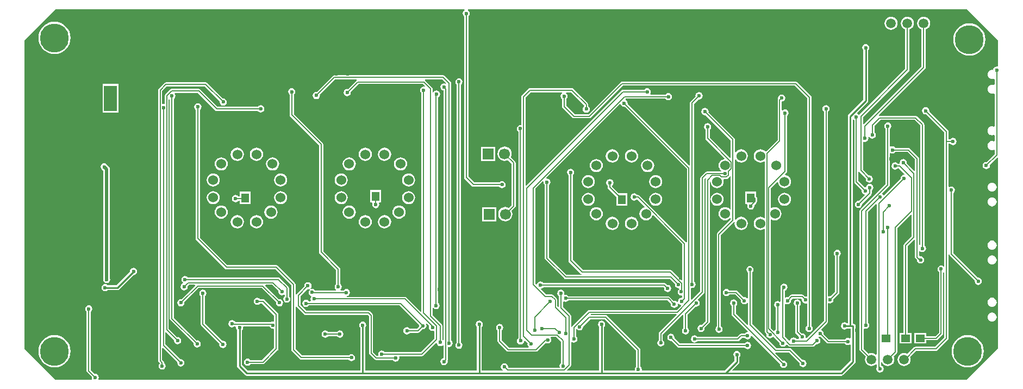
<source format=gtl>
G04*
G04 #@! TF.GenerationSoftware,Altium Limited,Altium Designer,20.0.9 (164)*
G04*
G04 Layer_Physical_Order=1*
G04 Layer_Color=255*
%FSLAX25Y25*%
%MOIN*%
G70*
G01*
G75*
%ADD10C,0.01000*%
%ADD13C,0.00500*%
%ADD16R,0.05500X0.04500*%
%ADD17R,0.04500X0.05500*%
%ADD29C,0.01968*%
%ADD30R,0.15748X0.07874*%
%ADD31R,0.07874X0.15748*%
%ADD32C,0.05906*%
%ADD33R,0.05906X0.05906*%
%ADD34C,0.17717*%
%ADD35C,0.06693*%
%ADD36R,0.06693X0.06693*%
%ADD37C,0.06000*%
%ADD38C,0.02362*%
G36*
X698471Y309366D02*
Y293685D01*
X698084Y293367D01*
X697800Y293424D01*
X696949Y293255D01*
X696228Y292773D01*
X695745Y292051D01*
X695600Y291321D01*
X695016Y291398D01*
X694292Y291303D01*
X693618Y291023D01*
X693039Y290579D01*
X692595Y290000D01*
X692315Y289326D01*
X692220Y288602D01*
X692315Y287879D01*
X692595Y287205D01*
X693039Y286626D01*
X693618Y286181D01*
X694292Y285902D01*
X695016Y285807D01*
X695739Y285902D01*
X696026Y286021D01*
X696525Y285686D01*
Y282463D01*
X696026Y282129D01*
X695739Y282247D01*
X695016Y282343D01*
X694292Y282247D01*
X693618Y281968D01*
X693039Y281524D01*
X692595Y280945D01*
X692315Y280271D01*
X692220Y279547D01*
X692315Y278824D01*
X692595Y278149D01*
X693039Y277570D01*
X693618Y277126D01*
X694292Y276847D01*
X695016Y276752D01*
X695739Y276847D01*
X696026Y276965D01*
X696525Y276631D01*
Y256964D01*
X696026Y256630D01*
X695723Y256755D01*
X695000Y256851D01*
X694277Y256755D01*
X693602Y256476D01*
X693023Y256032D01*
X692579Y255453D01*
X692300Y254779D01*
X692204Y254055D01*
X692300Y253332D01*
X692579Y252657D01*
X693023Y252078D01*
X693602Y251634D01*
X694277Y251355D01*
X695000Y251260D01*
X695723Y251355D01*
X696026Y251480D01*
X696525Y251146D01*
Y247909D01*
X696026Y247575D01*
X695723Y247700D01*
X695000Y247796D01*
X694277Y247700D01*
X693602Y247421D01*
X693023Y246977D01*
X692579Y246398D01*
X692300Y245724D01*
X692204Y245000D01*
X692300Y244276D01*
X692579Y243602D01*
X693023Y243023D01*
X693602Y242579D01*
X694277Y242300D01*
X695000Y242204D01*
X695723Y242300D01*
X696026Y242425D01*
X696525Y242091D01*
Y239719D01*
X691751Y234945D01*
X691400Y235015D01*
X690549Y234845D01*
X689827Y234363D01*
X689345Y233642D01*
X689176Y232791D01*
X689345Y231940D01*
X689827Y231218D01*
X690549Y230736D01*
X691400Y230567D01*
X692251Y230736D01*
X692973Y231218D01*
X693455Y231940D01*
X693624Y232791D01*
X693554Y233142D01*
X698009Y237597D01*
X698471Y237406D01*
Y120633D01*
X679366Y101529D01*
X147171D01*
X146935Y101970D01*
X147055Y102149D01*
X147224Y103000D01*
X147055Y103851D01*
X146572Y104572D01*
X145851Y105054D01*
X145000Y105224D01*
X144649Y105154D01*
X142274Y107528D01*
Y143228D01*
X142572Y143428D01*
X143054Y144149D01*
X143224Y145000D01*
X143054Y145851D01*
X142572Y146572D01*
X141851Y147055D01*
X141000Y147224D01*
X140149Y147055D01*
X139427Y146572D01*
X138945Y145851D01*
X138776Y145000D01*
X138945Y144149D01*
X139427Y143428D01*
X139725Y143228D01*
Y107000D01*
X139822Y106512D01*
X140099Y106099D01*
X142846Y103351D01*
X142776Y103000D01*
X142946Y102149D01*
X143065Y101970D01*
X142829Y101529D01*
X120633D01*
X101529Y120633D01*
Y309366D01*
X120633Y328471D01*
X371373D01*
X371523Y327971D01*
X370928Y327572D01*
X370445Y326851D01*
X370276Y326000D01*
X370445Y325149D01*
X370928Y324428D01*
X371226Y324228D01*
Y225500D01*
X371322Y225012D01*
X371599Y224599D01*
X375999Y220199D01*
X376412Y219922D01*
X376900Y219826D01*
X392728D01*
X392928Y219528D01*
X393649Y219045D01*
X394500Y218876D01*
X395351Y219045D01*
X396073Y219528D01*
X396555Y220249D01*
X396724Y221100D01*
X396555Y221951D01*
X396073Y222673D01*
X395351Y223155D01*
X394500Y223324D01*
X393649Y223155D01*
X392928Y222673D01*
X392728Y222375D01*
X377428D01*
X373775Y226028D01*
Y324228D01*
X374073Y324428D01*
X374555Y325149D01*
X374724Y326000D01*
X374555Y326851D01*
X374073Y327572D01*
X373477Y327971D01*
X373627Y328471D01*
X679366D01*
X698471Y309366D01*
D02*
G37*
%LPC*%
G36*
X633000Y323987D02*
X631968Y323851D01*
X631007Y323453D01*
X630181Y322819D01*
X629547Y321993D01*
X629149Y321032D01*
X629013Y320000D01*
X629149Y318968D01*
X629547Y318007D01*
X630181Y317181D01*
X631007Y316547D01*
X631968Y316149D01*
X633000Y316013D01*
X634032Y316149D01*
X634993Y316547D01*
X635819Y317181D01*
X636453Y318007D01*
X636851Y318968D01*
X636987Y320000D01*
X636851Y321032D01*
X636453Y321993D01*
X635819Y322819D01*
X634993Y323453D01*
X634032Y323851D01*
X633000Y323987D01*
D02*
G37*
G36*
X120000Y320906D02*
X118067Y320716D01*
X116209Y320152D01*
X114497Y319236D01*
X112995Y318005D01*
X111764Y316504D01*
X110848Y314791D01*
X110284Y312933D01*
X110094Y311000D01*
X110284Y309067D01*
X110848Y307209D01*
X111764Y305497D01*
X112995Y303995D01*
X114497Y302764D01*
X116209Y301848D01*
X118067Y301284D01*
X120000Y301094D01*
X121933Y301284D01*
X123791Y301848D01*
X125504Y302764D01*
X127005Y303995D01*
X128236Y305497D01*
X129152Y307209D01*
X129716Y309067D01*
X129906Y311000D01*
X129716Y312933D01*
X129152Y314791D01*
X128236Y316504D01*
X127005Y318005D01*
X125504Y319236D01*
X123791Y320152D01*
X121933Y320716D01*
X120000Y320906D01*
D02*
G37*
G36*
X681000Y319906D02*
X679067Y319716D01*
X677209Y319152D01*
X675496Y318236D01*
X673995Y317005D01*
X672763Y315504D01*
X671848Y313791D01*
X671284Y311933D01*
X671094Y310000D01*
X671284Y308067D01*
X671848Y306209D01*
X672763Y304497D01*
X673995Y302995D01*
X675496Y301764D01*
X677209Y300848D01*
X679067Y300284D01*
X681000Y300094D01*
X682933Y300284D01*
X684791Y300848D01*
X686504Y301764D01*
X688005Y302995D01*
X689236Y304497D01*
X690152Y306209D01*
X690716Y308067D01*
X690906Y310000D01*
X690716Y311933D01*
X690152Y313791D01*
X689236Y315504D01*
X688005Y317005D01*
X686504Y318236D01*
X684791Y319152D01*
X682933Y319716D01*
X681000Y319906D01*
D02*
G37*
G36*
X358400Y288074D02*
X291700D01*
X291212Y287978D01*
X290799Y287701D01*
X280951Y277854D01*
X280600Y277924D01*
X279749Y277755D01*
X279028Y277273D01*
X278545Y276551D01*
X278376Y275700D01*
X278545Y274849D01*
X279028Y274128D01*
X279749Y273645D01*
X280600Y273476D01*
X281451Y273645D01*
X282172Y274128D01*
X282655Y274849D01*
X282824Y275700D01*
X282754Y276051D01*
X292228Y285525D01*
X305133D01*
X305285Y285026D01*
X305099Y284901D01*
X299851Y279654D01*
X299500Y279724D01*
X298649Y279555D01*
X297927Y279072D01*
X297445Y278351D01*
X297276Y277500D01*
X297445Y276649D01*
X297927Y275927D01*
X298649Y275445D01*
X299500Y275276D01*
X300351Y275445D01*
X301073Y275927D01*
X301555Y276649D01*
X301724Y277500D01*
X301654Y277852D01*
X306528Y282726D01*
X345972D01*
X347244Y281453D01*
X346998Y280993D01*
X346338Y281124D01*
X345487Y280955D01*
X344765Y280472D01*
X344283Y279751D01*
X344114Y278900D01*
X344283Y278049D01*
X344765Y277327D01*
X345063Y277128D01*
Y143392D01*
X344601Y143201D01*
X335832Y151970D01*
X335419Y152246D01*
X334931Y152343D01*
X299387D01*
X299338Y152843D01*
X299851Y152945D01*
X300572Y153428D01*
X301055Y154149D01*
X301224Y155000D01*
X301055Y155851D01*
X300572Y156572D01*
X299851Y157054D01*
X299000Y157224D01*
X298149Y157054D01*
X297428Y156572D01*
X297239Y156290D01*
X295518D01*
X295367Y156790D01*
X295572Y156928D01*
X296055Y157649D01*
X296224Y158500D01*
X296055Y159351D01*
X295572Y160073D01*
X295274Y160272D01*
Y169200D01*
X295178Y169688D01*
X294901Y170101D01*
X284774Y180228D01*
Y245800D01*
X284678Y246288D01*
X284401Y246701D01*
X266775Y264328D01*
Y276228D01*
X267073Y276428D01*
X267555Y277149D01*
X267724Y278000D01*
X267555Y278851D01*
X267073Y279573D01*
X266351Y280055D01*
X265500Y280224D01*
X264649Y280055D01*
X263928Y279573D01*
X263445Y278851D01*
X263276Y278000D01*
X263445Y277149D01*
X263928Y276428D01*
X264226Y276228D01*
Y263800D01*
X264322Y263312D01*
X264599Y262899D01*
X282225Y245272D01*
Y179700D01*
X282323Y179212D01*
X282599Y178799D01*
X292725Y168672D01*
Y160272D01*
X292427Y160073D01*
X291945Y159351D01*
X291776Y158500D01*
X291945Y157649D01*
X292427Y156928D01*
X292633Y156790D01*
X292482Y156290D01*
X279782D01*
X279573Y156604D01*
X278851Y157086D01*
X278000Y157255D01*
X277149Y157086D01*
X276923Y157512D01*
X276973Y157545D01*
X277455Y158266D01*
X277624Y159117D01*
X277455Y159968D01*
X276973Y160690D01*
X276251Y161172D01*
X275400Y161341D01*
X274549Y161172D01*
X273828Y160690D01*
X273345Y159968D01*
X273176Y159117D01*
X273246Y158766D01*
X268599Y154119D01*
X268322Y153705D01*
X268274Y153464D01*
X267775Y153513D01*
Y160000D01*
X267677Y160488D01*
X267401Y160901D01*
X256901Y171401D01*
X256488Y171677D01*
X256000Y171774D01*
X226028D01*
X209174Y188628D01*
Y266928D01*
X209472Y267127D01*
X209955Y267849D01*
X210124Y268700D01*
X209955Y269551D01*
X209472Y270272D01*
X208751Y270755D01*
X207900Y270924D01*
X207049Y270755D01*
X206328Y270272D01*
X205845Y269551D01*
X205676Y268700D01*
X205845Y267849D01*
X206328Y267127D01*
X206626Y266928D01*
Y188100D01*
X206722Y187612D01*
X206999Y187199D01*
X224599Y169599D01*
X225012Y169323D01*
X225500Y169226D01*
X255472D01*
X265226Y159472D01*
Y120000D01*
X265322Y119512D01*
X265599Y119099D01*
X270499Y114199D01*
X270912Y113923D01*
X271400Y113826D01*
X300328D01*
X300528Y113528D01*
X301249Y113046D01*
X302100Y112876D01*
X302951Y113046D01*
X303673Y113528D01*
X304155Y114249D01*
X304324Y115100D01*
X304155Y115951D01*
X303673Y116673D01*
X302951Y117155D01*
X302100Y117324D01*
X301249Y117155D01*
X300528Y116673D01*
X300328Y116375D01*
X271928D01*
X267775Y120528D01*
Y146704D01*
X268274Y146754D01*
X268322Y146512D01*
X268599Y146099D01*
X273099Y141599D01*
X273512Y141323D01*
X274000Y141226D01*
X312072D01*
X312825Y140472D01*
Y118000D01*
X312923Y117512D01*
X313199Y117099D01*
X316299Y113999D01*
X316712Y113723D01*
X317200Y113626D01*
X327428D01*
X327627Y113328D01*
X328349Y112846D01*
X329200Y112676D01*
X330051Y112846D01*
X330772Y113328D01*
X331255Y114049D01*
X331424Y114900D01*
X331319Y115426D01*
X331694Y115926D01*
X345169D01*
X345656Y116023D01*
X346070Y116299D01*
X353917Y124146D01*
X354460Y123981D01*
X354545Y123549D01*
X355028Y122827D01*
X355749Y122345D01*
X356600Y122176D01*
X357451Y122345D01*
X358172Y122827D01*
X358225Y122907D01*
X358726Y122755D01*
Y114789D01*
X358049Y114655D01*
X357328Y114172D01*
X356845Y113451D01*
X356676Y112600D01*
X356845Y111749D01*
X357328Y111028D01*
X358049Y110546D01*
X358900Y110376D01*
X359751Y110546D01*
X360472Y111028D01*
X360955Y111749D01*
X361124Y112600D01*
X361024Y113100D01*
X361177Y113329D01*
X361275Y113817D01*
Y121413D01*
X361661Y121730D01*
X361931Y121676D01*
X362782Y121845D01*
X363504Y122327D01*
X363986Y123049D01*
X364155Y123900D01*
X363986Y124751D01*
X363504Y125472D01*
X363206Y125672D01*
Y283269D01*
X363109Y283757D01*
X362832Y284170D01*
X359301Y287701D01*
X358888Y287978D01*
X358400Y288074D01*
D02*
G37*
G36*
X212700Y283774D02*
X188332D01*
X187844Y283678D01*
X187430Y283401D01*
X183899Y279870D01*
X183623Y279456D01*
X183526Y278968D01*
Y113200D01*
X183623Y112712D01*
X183899Y112299D01*
X184445Y111752D01*
X184427Y111573D01*
X183946Y110851D01*
X183776Y110000D01*
X183946Y109149D01*
X184427Y108428D01*
X185149Y107946D01*
X186000Y107776D01*
X186851Y107946D01*
X187573Y108428D01*
X188055Y109149D01*
X188224Y110000D01*
X188055Y110851D01*
X187573Y111573D01*
X187275Y111772D01*
Y112000D01*
X187178Y112488D01*
X186901Y112901D01*
X186074Y113728D01*
Y120870D01*
X186536Y121061D01*
X195346Y112251D01*
X195276Y111900D01*
X195446Y111049D01*
X195928Y110327D01*
X196649Y109845D01*
X197500Y109676D01*
X198351Y109845D01*
X199073Y110327D01*
X199555Y111049D01*
X199724Y111900D01*
X199555Y112751D01*
X199073Y113472D01*
X198351Y113954D01*
X197500Y114124D01*
X197149Y114054D01*
X188075Y123128D01*
Y130470D01*
X188536Y130661D01*
X193346Y125852D01*
X193276Y125500D01*
X193446Y124649D01*
X193928Y123927D01*
X194649Y123445D01*
X195500Y123276D01*
X196351Y123445D01*
X197073Y123927D01*
X197555Y124649D01*
X197724Y125500D01*
X197555Y126351D01*
X197073Y127073D01*
X196351Y127555D01*
X195500Y127724D01*
X195149Y127654D01*
X190075Y132728D01*
Y273097D01*
X190575Y273361D01*
X190726Y273259D01*
Y139000D01*
X190823Y138512D01*
X191099Y138099D01*
X205346Y123852D01*
X205276Y123500D01*
X205445Y122649D01*
X205927Y121927D01*
X206649Y121446D01*
X207500Y121276D01*
X208351Y121446D01*
X209072Y121927D01*
X209555Y122649D01*
X209724Y123500D01*
X209555Y124351D01*
X209072Y125073D01*
X208351Y125555D01*
X207500Y125724D01*
X207149Y125654D01*
X193274Y139528D01*
Y273628D01*
X193572Y273828D01*
X194054Y274549D01*
X194224Y275400D01*
X194054Y276251D01*
X193737Y276726D01*
X194005Y277225D01*
X207972D01*
X218599Y266599D01*
X219012Y266322D01*
X219500Y266226D01*
X244728D01*
X244928Y265928D01*
X245649Y265445D01*
X246500Y265276D01*
X247351Y265445D01*
X248073Y265928D01*
X248555Y266649D01*
X248724Y267500D01*
X248555Y268351D01*
X248073Y269073D01*
X247351Y269555D01*
X246500Y269724D01*
X245649Y269555D01*
X244928Y269073D01*
X244728Y268775D01*
X220028D01*
X209401Y279401D01*
X208988Y279678D01*
X208500Y279774D01*
X191896D01*
X191409Y279678D01*
X190995Y279401D01*
X187892Y276298D01*
X187615Y275884D01*
X187518Y275396D01*
Y273507D01*
X187525Y273471D01*
Y270674D01*
X187139Y270356D01*
X186800Y270424D01*
X186461Y270356D01*
X186074Y270674D01*
Y278440D01*
X188859Y281225D01*
X212172D01*
X221346Y272052D01*
X221276Y271700D01*
X221445Y270849D01*
X221927Y270128D01*
X222649Y269645D01*
X223500Y269476D01*
X224351Y269645D01*
X225073Y270128D01*
X225555Y270849D01*
X225724Y271700D01*
X225555Y272551D01*
X225073Y273272D01*
X224351Y273755D01*
X223500Y273924D01*
X223148Y273854D01*
X213601Y283401D01*
X213188Y283678D01*
X212700Y283774D01*
D02*
G37*
G36*
X159346Y282874D02*
X149472D01*
Y265126D01*
X159346D01*
Y282874D01*
D02*
G37*
G36*
X653000Y323987D02*
X651968Y323851D01*
X651007Y323453D01*
X650181Y322819D01*
X649547Y321993D01*
X649149Y321032D01*
X649013Y320000D01*
X649149Y318968D01*
X649547Y318007D01*
X650181Y317181D01*
X651007Y316547D01*
X651725Y316249D01*
Y293528D01*
X616274Y258077D01*
X615774Y258284D01*
Y262472D01*
X643901Y290599D01*
X644177Y291012D01*
X644275Y291500D01*
Y316249D01*
X644993Y316547D01*
X645819Y317181D01*
X646453Y318007D01*
X646851Y318968D01*
X646987Y320000D01*
X646851Y321032D01*
X646453Y321993D01*
X645819Y322819D01*
X644993Y323453D01*
X644032Y323851D01*
X643000Y323987D01*
X641968Y323851D01*
X641007Y323453D01*
X640181Y322819D01*
X639547Y321993D01*
X639149Y321032D01*
X639013Y320000D01*
X639149Y318968D01*
X639547Y318007D01*
X640181Y317181D01*
X641007Y316547D01*
X641725Y316249D01*
Y292028D01*
X613792Y264095D01*
X613272Y263972D01*
X612551Y264455D01*
X612292Y264506D01*
X612147Y264984D01*
X618581Y271419D01*
X618913Y271915D01*
X619029Y272500D01*
Y303399D01*
X619072Y303428D01*
X619555Y304149D01*
X619724Y305000D01*
X619555Y305851D01*
X619072Y306573D01*
X618351Y307055D01*
X617500Y307224D01*
X616649Y307055D01*
X615928Y306573D01*
X615445Y305851D01*
X615276Y305000D01*
X615445Y304149D01*
X615928Y303428D01*
X615971Y303399D01*
Y273133D01*
X606919Y264081D01*
X606587Y263585D01*
X606471Y263000D01*
Y136362D01*
X606333Y136262D01*
X605971Y136141D01*
X605351Y136555D01*
X604500Y136724D01*
X603649Y136555D01*
X602927Y136073D01*
X602445Y135351D01*
X602276Y134500D01*
X602445Y133649D01*
X602927Y132928D01*
X603649Y132446D01*
X604500Y132276D01*
X605351Y132446D01*
X606073Y132928D01*
X606101Y132971D01*
X608152D01*
Y127121D01*
X607652Y126854D01*
X607351Y127055D01*
X606500Y127224D01*
X605649Y127055D01*
X604927Y126573D01*
X604728Y126275D01*
X595028D01*
X591654Y129648D01*
X591724Y130000D01*
X591555Y130851D01*
X591073Y131572D01*
X590419Y132009D01*
X590235Y132533D01*
X594001Y136299D01*
X594277Y136712D01*
X594375Y137200D01*
Y148073D01*
X594874Y148401D01*
X595500Y148276D01*
X596351Y148445D01*
X597073Y148927D01*
X597555Y149649D01*
X597724Y150500D01*
X597654Y150852D01*
X600901Y154099D01*
X601178Y154512D01*
X601274Y155000D01*
Y177228D01*
X601573Y177427D01*
X602055Y178149D01*
X602224Y179000D01*
X602055Y179851D01*
X601573Y180572D01*
X600851Y181054D01*
X600000Y181224D01*
X599149Y181054D01*
X598427Y180572D01*
X597945Y179851D01*
X597776Y179000D01*
X597945Y178149D01*
X598427Y177427D01*
X598726Y177228D01*
Y155528D01*
X595852Y152654D01*
X595500Y152724D01*
X594874Y152599D01*
X594375Y152927D01*
Y265828D01*
X594672Y266027D01*
X595155Y266749D01*
X595324Y267600D01*
X595155Y268451D01*
X594672Y269173D01*
X593951Y269655D01*
X593100Y269824D01*
X592249Y269655D01*
X591528Y269173D01*
X591045Y268451D01*
X590876Y267600D01*
X591045Y266749D01*
X591528Y266027D01*
X591825Y265828D01*
Y137728D01*
X581117Y127020D01*
X580656Y127266D01*
X580755Y127762D01*
X580586Y128613D01*
X580104Y129335D01*
X579382Y129817D01*
X578531Y129986D01*
X578180Y129916D01*
X576775Y131321D01*
Y146728D01*
X577072Y146927D01*
X577555Y147649D01*
X577724Y148500D01*
X577555Y149351D01*
X577072Y150073D01*
X576351Y150555D01*
X575500Y150724D01*
X574649Y150555D01*
X573927Y150073D01*
X573445Y149351D01*
X573276Y148500D01*
X573445Y147649D01*
X573927Y146927D01*
X574226Y146728D01*
Y130793D01*
X574323Y130306D01*
X574599Y129892D01*
X576377Y128114D01*
X576307Y127762D01*
X576454Y127024D01*
X576180Y126524D01*
X575022D01*
X574823Y126822D01*
X574101Y127304D01*
X573250Y127474D01*
X572399Y127304D01*
X571677Y126822D01*
X571195Y126101D01*
X571065Y125445D01*
X570556Y125247D01*
X567774Y128028D01*
Y147928D01*
X568274Y148196D01*
X568649Y147945D01*
X569500Y147776D01*
X570351Y147945D01*
X571072Y148427D01*
X571555Y149149D01*
X571724Y150000D01*
X571654Y150352D01*
X572528Y151225D01*
X577972D01*
X578346Y150852D01*
X578276Y150500D01*
X578445Y149649D01*
X578928Y148927D01*
X579649Y148445D01*
X580500Y148276D01*
X581225Y148421D01*
X581726Y148140D01*
Y134905D01*
X581227Y134573D01*
X580745Y133851D01*
X580576Y133000D01*
X580745Y132149D01*
X581227Y131428D01*
X581949Y130946D01*
X582800Y130776D01*
X583651Y130946D01*
X584373Y131428D01*
X584855Y132149D01*
X585024Y133000D01*
X584855Y133851D01*
X584373Y134573D01*
X584274Y134638D01*
Y274500D01*
X584177Y274988D01*
X583901Y275401D01*
X575401Y283901D01*
X574988Y284177D01*
X574500Y284275D01*
X468000D01*
X467512Y284177D01*
X467099Y283901D01*
X447472Y264275D01*
X439028D01*
X433775Y269528D01*
Y273484D01*
X434072Y273683D01*
X434555Y274405D01*
X434724Y275256D01*
X434555Y276107D01*
X434072Y276828D01*
X433628Y277126D01*
X433779Y277625D01*
X436772D01*
X444767Y269631D01*
X444734Y269110D01*
X444527Y268972D01*
X444045Y268251D01*
X443876Y267400D01*
X444045Y266549D01*
X444527Y265827D01*
X445249Y265345D01*
X446100Y265176D01*
X446951Y265345D01*
X447673Y265827D01*
X448155Y266549D01*
X448324Y267400D01*
X448155Y268251D01*
X447673Y268972D01*
X447374Y269172D01*
Y270100D01*
X447277Y270588D01*
X447001Y271001D01*
X438201Y279801D01*
X437788Y280078D01*
X437300Y280174D01*
X411600D01*
X411112Y280078D01*
X410699Y279801D01*
X406699Y275801D01*
X406423Y275388D01*
X406325Y274900D01*
Y257887D01*
X405939Y257570D01*
X405669Y257624D01*
X404818Y257455D01*
X404096Y256973D01*
X403614Y256251D01*
X403445Y255400D01*
X403614Y254549D01*
X404096Y253828D01*
X404460Y253585D01*
Y127128D01*
X404227Y126972D01*
X403745Y126251D01*
X403576Y125400D01*
X403745Y124549D01*
X404227Y123828D01*
X404949Y123345D01*
X405800Y123176D01*
X406651Y123345D01*
X407373Y123828D01*
X407855Y124549D01*
X407985Y125205D01*
X408494Y125403D01*
X410146Y123751D01*
X410076Y123400D01*
X410245Y122549D01*
X410728Y121827D01*
X410807Y121774D01*
X410655Y121274D01*
X398728D01*
X394274Y125728D01*
Y131728D01*
X394572Y131928D01*
X395055Y132649D01*
X395224Y133500D01*
X395055Y134351D01*
X394572Y135073D01*
X393851Y135555D01*
X393000Y135724D01*
X392149Y135555D01*
X391427Y135073D01*
X390945Y134351D01*
X390776Y133500D01*
X390945Y132649D01*
X391427Y131928D01*
X391725Y131728D01*
Y125200D01*
X391823Y124712D01*
X392099Y124299D01*
X397299Y119099D01*
X397712Y118823D01*
X398200Y118726D01*
X415300D01*
X415788Y118823D01*
X416201Y119099D01*
X421289Y124186D01*
X421649Y123945D01*
X422500Y123776D01*
X423351Y123945D01*
X424073Y124427D01*
X424555Y125149D01*
X424724Y126000D01*
X424555Y126851D01*
X424304Y127225D01*
X424572Y127726D01*
X427741D01*
X430625Y124841D01*
Y111772D01*
X430328Y111573D01*
X429845Y110851D01*
X429676Y110000D01*
X429820Y109274D01*
X429540Y108774D01*
X398474D01*
X398137Y109154D01*
X398193Y109431D01*
X398023Y110282D01*
X397541Y111004D01*
X396820Y111486D01*
X395969Y111655D01*
X395118Y111486D01*
X394396Y111004D01*
X393914Y110282D01*
X393745Y109431D01*
X393914Y108580D01*
X394396Y107859D01*
X394889Y107529D01*
X394738Y107029D01*
X382029D01*
Y133899D01*
X382072Y133928D01*
X382555Y134649D01*
X382724Y135500D01*
X382555Y136351D01*
X382072Y137073D01*
X381351Y137555D01*
X380500Y137724D01*
X379649Y137555D01*
X378927Y137073D01*
X378445Y136351D01*
X378276Y135500D01*
X378445Y134649D01*
X378927Y133928D01*
X378971Y133899D01*
Y107029D01*
X310529D01*
Y133399D01*
X310573Y133428D01*
X311055Y134149D01*
X311224Y135000D01*
X311055Y135851D01*
X310573Y136573D01*
X309851Y137055D01*
X309000Y137224D01*
X308149Y137055D01*
X307428Y136573D01*
X306945Y135851D01*
X306776Y135000D01*
X306945Y134149D01*
X307428Y133428D01*
X307471Y133399D01*
Y107029D01*
X238633D01*
X235029Y110634D01*
Y131899D01*
X235072Y131928D01*
X235555Y132649D01*
X235724Y133500D01*
X235670Y133770D01*
X235987Y134157D01*
X251944D01*
X251945Y134149D01*
X252428Y133428D01*
X253149Y132946D01*
X254000Y132776D01*
X254339Y132844D01*
X254726Y132526D01*
Y121028D01*
X247272Y113575D01*
X240172D01*
X239972Y113873D01*
X239251Y114355D01*
X238400Y114524D01*
X237549Y114355D01*
X236827Y113873D01*
X236345Y113151D01*
X236176Y112300D01*
X236345Y111449D01*
X236827Y110728D01*
X237549Y110246D01*
X238400Y110076D01*
X239251Y110246D01*
X239972Y110728D01*
X240172Y111026D01*
X247800D01*
X248288Y111123D01*
X248701Y111399D01*
X256901Y119599D01*
X257177Y120012D01*
X257275Y120500D01*
Y141500D01*
X257177Y141988D01*
X256901Y142401D01*
X248801Y150501D01*
X248388Y150777D01*
X247900Y150874D01*
X246172D01*
X245972Y151172D01*
X245251Y151655D01*
X244400Y151824D01*
X243549Y151655D01*
X242828Y151172D01*
X242345Y150451D01*
X242176Y149600D01*
X242345Y148749D01*
X242828Y148028D01*
X243549Y147546D01*
X244400Y147376D01*
X245251Y147546D01*
X245972Y148028D01*
X246172Y148326D01*
X247372D01*
X254726Y140972D01*
Y137474D01*
X254339Y137156D01*
X254000Y137224D01*
X253149Y137055D01*
X252627Y136706D01*
X230918D01*
X230472Y137373D01*
X229751Y137855D01*
X228900Y138024D01*
X228049Y137855D01*
X227327Y137373D01*
X226845Y136651D01*
X226676Y135800D01*
X226845Y134949D01*
X227327Y134228D01*
X228049Y133746D01*
X228900Y133576D01*
X229751Y133746D01*
X230366Y134157D01*
X231013D01*
X231330Y133770D01*
X231276Y133500D01*
X231445Y132649D01*
X231927Y131928D01*
X231971Y131899D01*
Y110000D01*
X232087Y109415D01*
X232419Y108919D01*
X236919Y104419D01*
X237415Y104087D01*
X238000Y103971D01*
X602500D01*
X603085Y104087D01*
X603581Y104419D01*
X610763Y111600D01*
X611094Y112096D01*
X611210Y112681D01*
Y134319D01*
X611094Y134904D01*
X610763Y135400D01*
X610581Y135581D01*
X610085Y135913D01*
X609529Y136023D01*
Y260823D01*
X610029Y260974D01*
X610127Y260827D01*
X610426Y260628D01*
Y222700D01*
X610523Y222212D01*
X610799Y221799D01*
X615046Y217551D01*
X614976Y217200D01*
X615145Y216349D01*
X615627Y215628D01*
X616349Y215145D01*
X616658Y215084D01*
X616803Y214605D01*
X613351Y211154D01*
X613000Y211224D01*
X612149Y211055D01*
X611427Y210573D01*
X610945Y209851D01*
X610776Y209000D01*
X610945Y208149D01*
X611427Y207428D01*
X612149Y206945D01*
X613000Y206776D01*
X613851Y206945D01*
X614572Y207428D01*
X615055Y208149D01*
X615224Y209000D01*
X615154Y209351D01*
X620801Y214999D01*
X621077Y215412D01*
X621174Y215900D01*
Y217528D01*
X621473Y217727D01*
X621955Y218449D01*
X622124Y219300D01*
X621955Y220151D01*
X621473Y220872D01*
X620751Y221355D01*
X619900Y221524D01*
X619049Y221355D01*
X618328Y220872D01*
X617845Y220151D01*
X617682Y219328D01*
X617200Y219424D01*
X616849Y219354D01*
X612975Y223228D01*
Y228833D01*
X613475Y228985D01*
X613599Y228799D01*
X617546Y224851D01*
X617476Y224500D01*
X617645Y223649D01*
X618127Y222927D01*
X618849Y222445D01*
X619700Y222276D01*
X620551Y222445D01*
X621273Y222927D01*
X621755Y223649D01*
X621924Y224500D01*
X621755Y225351D01*
X621273Y226073D01*
X620551Y226555D01*
X619700Y226724D01*
X619348Y226654D01*
X615774Y230228D01*
Y247140D01*
X616274Y247421D01*
X617000Y247276D01*
X617851Y247445D01*
X618573Y247927D01*
X619055Y248649D01*
X619224Y249500D01*
X619135Y249945D01*
X619055Y250351D01*
X619475Y250605D01*
X619928Y249927D01*
X620649Y249445D01*
X621500Y249276D01*
X622351Y249445D01*
X623072Y249927D01*
X623555Y250649D01*
X623724Y251500D01*
X623555Y252351D01*
X623072Y253073D01*
X622775Y253272D01*
Y256972D01*
X626528Y260725D01*
X647472D01*
X650925Y257272D01*
Y184149D01*
X650774Y184048D01*
X650275Y184315D01*
Y237000D01*
X650177Y237488D01*
X649901Y237901D01*
X644601Y243201D01*
X644188Y243478D01*
X643700Y243575D01*
X635672D01*
X635472Y243872D01*
X634751Y244355D01*
X633900Y244524D01*
X633049Y244355D01*
X632774Y244171D01*
X632274Y244438D01*
Y255228D01*
X632573Y255428D01*
X633055Y256149D01*
X633224Y257000D01*
X633055Y257851D01*
X632573Y258573D01*
X631851Y259055D01*
X631000Y259224D01*
X630149Y259055D01*
X629427Y258573D01*
X628945Y257851D01*
X628776Y257000D01*
X628945Y256149D01*
X629427Y255428D01*
X629726Y255228D01*
Y221528D01*
X614099Y205901D01*
X613823Y205488D01*
X613726Y205000D01*
Y120000D01*
X613823Y119512D01*
X614099Y119099D01*
X617447Y115751D01*
X617149Y115032D01*
X617013Y114000D01*
X617149Y112968D01*
X617547Y112007D01*
X618181Y111181D01*
X619007Y110547D01*
X619968Y110149D01*
X621000Y110013D01*
X622032Y110149D01*
X622993Y110547D01*
X623726Y111109D01*
X624226Y110961D01*
Y109404D01*
X624261Y109224D01*
X624145Y109051D01*
X623976Y108200D01*
X624145Y107349D01*
X624627Y106628D01*
X625349Y106146D01*
X626200Y105976D01*
X627051Y106146D01*
X627773Y106628D01*
X628255Y107349D01*
X628424Y108200D01*
X628255Y109051D01*
X627773Y109773D01*
X627051Y110255D01*
X626775Y110310D01*
Y112566D01*
X627275Y112665D01*
X627547Y112007D01*
X628181Y111181D01*
X629007Y110547D01*
X629968Y110149D01*
X631000Y110013D01*
X632032Y110149D01*
X632993Y110547D01*
X633819Y111181D01*
X634453Y112007D01*
X634851Y112968D01*
X634987Y114000D01*
X634851Y115032D01*
X634553Y115751D01*
X636401Y117599D01*
X636678Y118012D01*
X636774Y118500D01*
Y194472D01*
X645264Y202961D01*
X645725Y202770D01*
Y189528D01*
X641099Y184901D01*
X640823Y184488D01*
X640726Y184000D01*
Y130250D01*
X638250D01*
Y123750D01*
X645750D01*
Y130250D01*
X643274D01*
Y183472D01*
X647264Y187461D01*
X647725Y187270D01*
Y176590D01*
X647823Y176102D01*
X648099Y175689D01*
X648898Y174889D01*
X649045Y174149D01*
X649528Y173427D01*
X650249Y172945D01*
X651100Y172776D01*
X651951Y172945D01*
X652672Y173427D01*
X653155Y174149D01*
X653324Y175000D01*
X653155Y175851D01*
X652672Y176573D01*
X651951Y177055D01*
X651100Y177224D01*
X650774Y177159D01*
X650275Y177569D01*
Y180124D01*
X650774Y180329D01*
X651349Y179946D01*
X652200Y179776D01*
X653051Y179946D01*
X653772Y180428D01*
X654255Y181149D01*
X654424Y182000D01*
X654255Y182851D01*
X653772Y183572D01*
X653475Y183772D01*
Y257800D01*
X653377Y258288D01*
X653101Y258701D01*
X648901Y262901D01*
X648488Y263177D01*
X648000Y263275D01*
X626000D01*
X625730Y263221D01*
X625484Y263682D01*
X653901Y292099D01*
X654178Y292512D01*
X654275Y293000D01*
Y316249D01*
X654993Y316547D01*
X655819Y317181D01*
X656453Y318007D01*
X656851Y318968D01*
X656987Y320000D01*
X656851Y321032D01*
X656453Y321993D01*
X655819Y322819D01*
X654993Y323453D01*
X654032Y323851D01*
X653000Y323987D01*
D02*
G37*
G36*
X654200Y268524D02*
X653349Y268355D01*
X652628Y267873D01*
X652145Y267151D01*
X651976Y266300D01*
X652145Y265449D01*
X652628Y264727D01*
X653349Y264245D01*
X654200Y264076D01*
X654552Y264146D01*
X665726Y252972D01*
Y171126D01*
X665226Y171004D01*
X664551Y171455D01*
X663700Y171624D01*
X662849Y171455D01*
X662127Y170973D01*
X661645Y170251D01*
X661476Y169400D01*
X661645Y168549D01*
X662127Y167827D01*
X662426Y167628D01*
Y130528D01*
X660172Y128275D01*
X654750D01*
Y130250D01*
X647250D01*
Y123750D01*
X654750D01*
Y125725D01*
X660700D01*
X661188Y125822D01*
X661601Y126099D01*
X664601Y129099D01*
X664878Y129512D01*
X664974Y130000D01*
Y167407D01*
X665226Y167597D01*
X665726Y167348D01*
Y127528D01*
X659972Y121774D01*
X648000D01*
X647512Y121677D01*
X647099Y121401D01*
X643082Y117385D01*
X642993Y117453D01*
X642032Y117851D01*
X641000Y117987D01*
X639968Y117851D01*
X639007Y117453D01*
X638181Y116819D01*
X637547Y115993D01*
X637149Y115032D01*
X637013Y114000D01*
X637149Y112968D01*
X637547Y112007D01*
X638181Y111181D01*
X639007Y110547D01*
X639968Y110149D01*
X641000Y110013D01*
X642032Y110149D01*
X642993Y110547D01*
X643819Y111181D01*
X644453Y112007D01*
X644851Y112968D01*
X644987Y114000D01*
X644851Y115032D01*
X644700Y115397D01*
X648528Y119226D01*
X660500D01*
X660988Y119323D01*
X661401Y119599D01*
X667901Y126099D01*
X668178Y126512D01*
X668274Y127000D01*
Y178104D01*
X668775Y178154D01*
X668822Y177912D01*
X669099Y177499D01*
X684346Y162251D01*
X684276Y161900D01*
X684445Y161049D01*
X684928Y160327D01*
X685649Y159845D01*
X686500Y159676D01*
X687351Y159845D01*
X688072Y160327D01*
X688555Y161049D01*
X688724Y161900D01*
X688555Y162751D01*
X688072Y163472D01*
X687351Y163954D01*
X686500Y164124D01*
X686149Y164054D01*
X671275Y178928D01*
Y215928D01*
X671572Y216127D01*
X672055Y216849D01*
X672224Y217700D01*
X672055Y218551D01*
X671572Y219272D01*
X670851Y219755D01*
X670000Y219924D01*
X669149Y219755D01*
X668775Y219504D01*
X668274Y219772D01*
Y246226D01*
X669228D01*
X669427Y245928D01*
X670149Y245445D01*
X671000Y245276D01*
X671851Y245445D01*
X672573Y245928D01*
X673055Y246649D01*
X673224Y247500D01*
X673055Y248351D01*
X672573Y249073D01*
X671851Y249555D01*
X671000Y249724D01*
X670149Y249555D01*
X669427Y249073D01*
X669228Y248775D01*
X668274D01*
Y253500D01*
X668178Y253988D01*
X667901Y254401D01*
X656354Y265949D01*
X656424Y266300D01*
X656255Y267151D01*
X655772Y267873D01*
X655051Y268355D01*
X654200Y268524D01*
D02*
G37*
G36*
X390347Y244346D02*
X381653D01*
Y235653D01*
X390347D01*
Y244346D01*
D02*
G37*
G36*
X322406Y243704D02*
X321361Y243566D01*
X320388Y243163D01*
X319553Y242522D01*
X318912Y241687D01*
X318509Y240713D01*
X318371Y239669D01*
X318509Y238625D01*
X318912Y237652D01*
X319553Y236816D01*
X320388Y236175D01*
X321361Y235772D01*
X322406Y235635D01*
X323450Y235772D01*
X324423Y236175D01*
X325258Y236816D01*
X325900Y237652D01*
X326303Y238625D01*
X326440Y239669D01*
X326303Y240713D01*
X325900Y241687D01*
X325258Y242522D01*
X324423Y243163D01*
X323450Y243566D01*
X322406Y243704D01*
D02*
G37*
G36*
X310594D02*
X309550Y243566D01*
X308577Y243163D01*
X307742Y242522D01*
X307100Y241687D01*
X306697Y240713D01*
X306560Y239669D01*
X306697Y238625D01*
X307100Y237652D01*
X307742Y236816D01*
X308577Y236175D01*
X309550Y235772D01*
X310594Y235635D01*
X311639Y235772D01*
X312612Y236175D01*
X313447Y236816D01*
X314088Y237652D01*
X314491Y238625D01*
X314629Y239669D01*
X314491Y240713D01*
X314088Y241687D01*
X313447Y242522D01*
X312612Y243163D01*
X311639Y243566D01*
X310594Y243704D01*
D02*
G37*
G36*
X243906D02*
X242861Y243566D01*
X241888Y243163D01*
X241053Y242522D01*
X240412Y241687D01*
X240009Y240713D01*
X239871Y239669D01*
X240009Y238625D01*
X240412Y237652D01*
X241053Y236816D01*
X241888Y236175D01*
X242861Y235772D01*
X243906Y235635D01*
X244950Y235772D01*
X245923Y236175D01*
X246758Y236816D01*
X247400Y237652D01*
X247803Y238625D01*
X247940Y239669D01*
X247803Y240713D01*
X247400Y241687D01*
X246758Y242522D01*
X245923Y243163D01*
X244950Y243566D01*
X243906Y243704D01*
D02*
G37*
G36*
X232094D02*
X231050Y243566D01*
X230077Y243163D01*
X229242Y242522D01*
X228600Y241687D01*
X228197Y240713D01*
X228060Y239669D01*
X228197Y238625D01*
X228600Y237652D01*
X229242Y236816D01*
X230077Y236175D01*
X231050Y235772D01*
X232094Y235635D01*
X233139Y235772D01*
X234112Y236175D01*
X234947Y236816D01*
X235588Y237652D01*
X235991Y238625D01*
X236129Y239669D01*
X235991Y240713D01*
X235588Y241687D01*
X234947Y242522D01*
X234112Y243163D01*
X233139Y243566D01*
X232094Y243704D01*
D02*
G37*
G36*
X332248Y237798D02*
X331204Y237661D01*
X330231Y237258D01*
X329395Y236617D01*
X328754Y235781D01*
X328351Y234808D01*
X328214Y233764D01*
X328351Y232720D01*
X328754Y231747D01*
X329395Y230911D01*
X330231Y230270D01*
X331204Y229867D01*
X332248Y229729D01*
X333292Y229867D01*
X334265Y230270D01*
X335101Y230911D01*
X335742Y231747D01*
X336145Y232720D01*
X336282Y233764D01*
X336145Y234808D01*
X335742Y235781D01*
X335101Y236617D01*
X334265Y237258D01*
X333292Y237661D01*
X332248Y237798D01*
D02*
G37*
G36*
X300752D02*
X299708Y237661D01*
X298735Y237258D01*
X297899Y236617D01*
X297258Y235781D01*
X296855Y234808D01*
X296718Y233764D01*
X296855Y232720D01*
X297258Y231747D01*
X297899Y230911D01*
X298735Y230270D01*
X299708Y229867D01*
X300752Y229729D01*
X301796Y229867D01*
X302769Y230270D01*
X303605Y230911D01*
X304246Y231747D01*
X304649Y232720D01*
X304786Y233764D01*
X304649Y234808D01*
X304246Y235781D01*
X303605Y236617D01*
X302769Y237258D01*
X301796Y237661D01*
X300752Y237798D01*
D02*
G37*
G36*
X253748D02*
X252704Y237661D01*
X251731Y237258D01*
X250895Y236617D01*
X250254Y235781D01*
X249851Y234808D01*
X249713Y233764D01*
X249851Y232720D01*
X250254Y231747D01*
X250895Y230911D01*
X251731Y230270D01*
X252704Y229867D01*
X253748Y229729D01*
X254792Y229867D01*
X255765Y230270D01*
X256601Y230911D01*
X257242Y231747D01*
X257645Y232720D01*
X257783Y233764D01*
X257645Y234808D01*
X257242Y235781D01*
X256601Y236617D01*
X255765Y237258D01*
X254792Y237661D01*
X253748Y237798D01*
D02*
G37*
G36*
X222252D02*
X221208Y237661D01*
X220235Y237258D01*
X219399Y236617D01*
X218758Y235781D01*
X218355Y234808D01*
X218217Y233764D01*
X218355Y232720D01*
X218758Y231747D01*
X219399Y230911D01*
X220235Y230270D01*
X221208Y229867D01*
X222252Y229729D01*
X223296Y229867D01*
X224269Y230270D01*
X225105Y230911D01*
X225746Y231747D01*
X226149Y232720D01*
X226287Y233764D01*
X226149Y234808D01*
X225746Y235781D01*
X225105Y236617D01*
X224269Y237258D01*
X223296Y237661D01*
X222252Y237798D01*
D02*
G37*
G36*
X337169Y227956D02*
X336125Y227818D01*
X335152Y227415D01*
X334316Y226774D01*
X333675Y225939D01*
X333272Y224965D01*
X333135Y223921D01*
X333272Y222877D01*
X333675Y221904D01*
X334316Y221068D01*
X335152Y220427D01*
X336125Y220024D01*
X337169Y219887D01*
X338213Y220024D01*
X339187Y220427D01*
X340022Y221068D01*
X340663Y221904D01*
X341066Y222877D01*
X341204Y223921D01*
X341066Y224965D01*
X340663Y225939D01*
X340022Y226774D01*
X339187Y227415D01*
X338213Y227818D01*
X337169Y227956D01*
D02*
G37*
G36*
X295831D02*
X294787Y227818D01*
X293813Y227415D01*
X292978Y226774D01*
X292337Y225939D01*
X291934Y224965D01*
X291796Y223921D01*
X291934Y222877D01*
X292337Y221904D01*
X292978Y221068D01*
X293813Y220427D01*
X294787Y220024D01*
X295831Y219887D01*
X296875Y220024D01*
X297848Y220427D01*
X298684Y221068D01*
X299325Y221904D01*
X299728Y222877D01*
X299865Y223921D01*
X299728Y224965D01*
X299325Y225939D01*
X298684Y226774D01*
X297848Y227415D01*
X296875Y227818D01*
X295831Y227956D01*
D02*
G37*
G36*
X258669D02*
X257625Y227818D01*
X256652Y227415D01*
X255816Y226774D01*
X255175Y225939D01*
X254772Y224965D01*
X254635Y223921D01*
X254772Y222877D01*
X255175Y221904D01*
X255816Y221068D01*
X256652Y220427D01*
X257625Y220024D01*
X258669Y219887D01*
X259713Y220024D01*
X260686Y220427D01*
X261522Y221068D01*
X262163Y221904D01*
X262566Y222877D01*
X262704Y223921D01*
X262566Y224965D01*
X262163Y225939D01*
X261522Y226774D01*
X260686Y227415D01*
X259713Y227818D01*
X258669Y227956D01*
D02*
G37*
G36*
X217331D02*
X216287Y227818D01*
X215314Y227415D01*
X214478Y226774D01*
X213837Y225939D01*
X213434Y224965D01*
X213296Y223921D01*
X213434Y222877D01*
X213837Y221904D01*
X214478Y221068D01*
X215314Y220427D01*
X216287Y220024D01*
X217331Y219887D01*
X218375Y220024D01*
X219348Y220427D01*
X220184Y221068D01*
X220825Y221904D01*
X221228Y222877D01*
X221365Y223921D01*
X221228Y224965D01*
X220825Y225939D01*
X220184Y226774D01*
X219348Y227415D01*
X218375Y227818D01*
X217331Y227956D01*
D02*
G37*
G36*
X695000Y222323D02*
X694277Y222228D01*
X693602Y221949D01*
X693023Y221504D01*
X692579Y220925D01*
X692300Y220251D01*
X692204Y219528D01*
X692300Y218804D01*
X692579Y218130D01*
X693023Y217551D01*
X693602Y217107D01*
X694277Y216827D01*
X695000Y216732D01*
X695723Y216827D01*
X696398Y217107D01*
X696977Y217551D01*
X697421Y218130D01*
X697700Y218804D01*
X697796Y219528D01*
X697700Y220251D01*
X697421Y220925D01*
X696977Y221504D01*
X696398Y221949D01*
X695723Y222228D01*
X695000Y222323D01*
D02*
G37*
G36*
X240250Y216750D02*
X233750D01*
Y213774D01*
X232772D01*
X232573Y214072D01*
X231851Y214555D01*
X231000Y214724D01*
X230149Y214555D01*
X229428Y214072D01*
X228945Y213351D01*
X228776Y212500D01*
X228945Y211649D01*
X229428Y210928D01*
X230149Y210445D01*
X231000Y210276D01*
X231851Y210445D01*
X232573Y210928D01*
X232772Y211226D01*
X233750D01*
Y209250D01*
X240250D01*
Y216750D01*
D02*
G37*
G36*
X337169Y217129D02*
X336125Y216991D01*
X335152Y216588D01*
X334316Y215947D01*
X333675Y215112D01*
X333272Y214139D01*
X333135Y213094D01*
X333272Y212050D01*
X333675Y211077D01*
X334316Y210242D01*
X335152Y209600D01*
X336125Y209197D01*
X337169Y209060D01*
X338213Y209197D01*
X339187Y209600D01*
X340022Y210242D01*
X340663Y211077D01*
X341066Y212050D01*
X341204Y213094D01*
X341066Y214139D01*
X340663Y215112D01*
X340022Y215947D01*
X339187Y216588D01*
X338213Y216991D01*
X337169Y217129D01*
D02*
G37*
G36*
X295831D02*
X294787Y216991D01*
X293813Y216588D01*
X292978Y215947D01*
X292337Y215112D01*
X291934Y214139D01*
X291796Y213094D01*
X291934Y212050D01*
X292337Y211077D01*
X292978Y210242D01*
X293813Y209600D01*
X294787Y209197D01*
X295831Y209060D01*
X296875Y209197D01*
X297848Y209600D01*
X298684Y210242D01*
X299325Y211077D01*
X299728Y212050D01*
X299865Y213094D01*
X299728Y214139D01*
X299325Y215112D01*
X298684Y215947D01*
X297848Y216588D01*
X296875Y216991D01*
X295831Y217129D01*
D02*
G37*
G36*
X258669D02*
X257625Y216991D01*
X256652Y216588D01*
X255816Y215947D01*
X255175Y215112D01*
X254772Y214139D01*
X254635Y213094D01*
X254772Y212050D01*
X255175Y211077D01*
X255816Y210242D01*
X256652Y209600D01*
X257625Y209197D01*
X258669Y209060D01*
X259713Y209197D01*
X260686Y209600D01*
X261522Y210242D01*
X262163Y211077D01*
X262566Y212050D01*
X262704Y213094D01*
X262566Y214139D01*
X262163Y215112D01*
X261522Y215947D01*
X260686Y216588D01*
X259713Y216991D01*
X258669Y217129D01*
D02*
G37*
G36*
X217331D02*
X216287Y216991D01*
X215314Y216588D01*
X214478Y215947D01*
X213837Y215112D01*
X213434Y214139D01*
X213296Y213094D01*
X213434Y212050D01*
X213837Y211077D01*
X214478Y210242D01*
X215314Y209600D01*
X216287Y209197D01*
X217331Y209060D01*
X218375Y209197D01*
X219348Y209600D01*
X220184Y210242D01*
X220825Y211077D01*
X221228Y212050D01*
X221365Y213094D01*
X221228Y214139D01*
X220825Y215112D01*
X220184Y215947D01*
X219348Y216588D01*
X218375Y216991D01*
X217331Y217129D01*
D02*
G37*
G36*
X695000Y213268D02*
X694277Y213173D01*
X693602Y212893D01*
X693023Y212449D01*
X692579Y211870D01*
X692300Y211196D01*
X692204Y210472D01*
X692300Y209749D01*
X692579Y209075D01*
X693023Y208496D01*
X693602Y208051D01*
X694277Y207772D01*
X695000Y207677D01*
X695723Y207772D01*
X696398Y208051D01*
X696977Y208496D01*
X697421Y209075D01*
X697700Y209749D01*
X697796Y210472D01*
X697700Y211196D01*
X697421Y211870D01*
X696977Y212449D01*
X696398Y212893D01*
X695723Y213173D01*
X695000Y213268D01*
D02*
G37*
G36*
X396000Y244384D02*
X394865Y244235D01*
X393808Y243797D01*
X392900Y243100D01*
X392203Y242192D01*
X391765Y241135D01*
X391616Y240000D01*
X391765Y238865D01*
X392203Y237808D01*
X392900Y236900D01*
X393808Y236203D01*
X394865Y235765D01*
X396000Y235616D01*
X397135Y235765D01*
X398052Y236145D01*
X400225Y233972D01*
Y208528D01*
X398552Y206855D01*
X397635Y207235D01*
X396500Y207384D01*
X395365Y207235D01*
X394308Y206797D01*
X393400Y206100D01*
X392703Y205192D01*
X392265Y204135D01*
X392116Y203000D01*
X392265Y201865D01*
X392703Y200808D01*
X393400Y199900D01*
X394308Y199203D01*
X395365Y198765D01*
X396500Y198616D01*
X397635Y198765D01*
X398692Y199203D01*
X399600Y199900D01*
X400297Y200808D01*
X400735Y201865D01*
X400884Y203000D01*
X400735Y204135D01*
X400354Y205052D01*
X402401Y207099D01*
X402677Y207512D01*
X402774Y208000D01*
Y234500D01*
X402677Y234988D01*
X402401Y235401D01*
X399854Y237948D01*
X400235Y238865D01*
X400384Y240000D01*
X400235Y241135D01*
X399797Y242192D01*
X399100Y243100D01*
X398192Y243797D01*
X397135Y244235D01*
X396000Y244384D01*
D02*
G37*
G36*
X320250Y217750D02*
X313750D01*
Y210250D01*
X314749D01*
X314984Y209809D01*
X314945Y209751D01*
X314776Y208900D01*
X314945Y208049D01*
X315427Y207328D01*
X316149Y206845D01*
X317000Y206676D01*
X317851Y206845D01*
X318572Y207328D01*
X319055Y208049D01*
X319224Y208900D01*
X319055Y209751D01*
X319016Y209809D01*
X319251Y210250D01*
X320250D01*
Y217750D01*
D02*
G37*
G36*
X331264Y208271D02*
X330220Y208133D01*
X329246Y207730D01*
X328411Y207089D01*
X327770Y206254D01*
X327367Y205280D01*
X327229Y204236D01*
X327367Y203192D01*
X327770Y202219D01*
X328411Y201383D01*
X329246Y200742D01*
X330220Y200339D01*
X331264Y200202D01*
X332308Y200339D01*
X333281Y200742D01*
X334117Y201383D01*
X334758Y202219D01*
X335161Y203192D01*
X335298Y204236D01*
X335161Y205280D01*
X334758Y206254D01*
X334117Y207089D01*
X333281Y207730D01*
X332308Y208133D01*
X331264Y208271D01*
D02*
G37*
G36*
X300752D02*
X299708Y208133D01*
X298735Y207730D01*
X297899Y207089D01*
X297258Y206254D01*
X296855Y205280D01*
X296718Y204236D01*
X296855Y203192D01*
X297258Y202219D01*
X297899Y201383D01*
X298735Y200742D01*
X299708Y200339D01*
X300752Y200202D01*
X301796Y200339D01*
X302769Y200742D01*
X303605Y201383D01*
X304246Y202219D01*
X304649Y203192D01*
X304786Y204236D01*
X304649Y205280D01*
X304246Y206254D01*
X303605Y207089D01*
X302769Y207730D01*
X301796Y208133D01*
X300752Y208271D01*
D02*
G37*
G36*
X252764D02*
X251720Y208133D01*
X250746Y207730D01*
X249911Y207089D01*
X249270Y206254D01*
X248867Y205280D01*
X248729Y204236D01*
X248867Y203192D01*
X249270Y202219D01*
X249911Y201383D01*
X250746Y200742D01*
X251720Y200339D01*
X252764Y200202D01*
X253808Y200339D01*
X254781Y200742D01*
X255617Y201383D01*
X256258Y202219D01*
X256661Y203192D01*
X256798Y204236D01*
X256661Y205280D01*
X256258Y206254D01*
X255617Y207089D01*
X254781Y207730D01*
X253808Y208133D01*
X252764Y208271D01*
D02*
G37*
G36*
X222252D02*
X221208Y208133D01*
X220235Y207730D01*
X219399Y207089D01*
X218758Y206254D01*
X218355Y205280D01*
X218217Y204236D01*
X218355Y203192D01*
X218758Y202219D01*
X219399Y201383D01*
X220235Y200742D01*
X221208Y200339D01*
X222252Y200202D01*
X223296Y200339D01*
X224269Y200742D01*
X225105Y201383D01*
X225746Y202219D01*
X226149Y203192D01*
X226287Y204236D01*
X226149Y205280D01*
X225746Y206254D01*
X225105Y207089D01*
X224269Y207730D01*
X223296Y208133D01*
X222252Y208271D01*
D02*
G37*
G36*
X390846Y207347D02*
X382154D01*
Y198653D01*
X390846D01*
Y207347D01*
D02*
G37*
G36*
X322406Y202365D02*
X321361Y202228D01*
X320388Y201825D01*
X319553Y201184D01*
X318912Y200348D01*
X318509Y199375D01*
X318371Y198331D01*
X318509Y197287D01*
X318912Y196314D01*
X319553Y195478D01*
X320388Y194837D01*
X321361Y194434D01*
X322406Y194296D01*
X323450Y194434D01*
X324423Y194837D01*
X325258Y195478D01*
X325900Y196314D01*
X326303Y197287D01*
X326440Y198331D01*
X326303Y199375D01*
X325900Y200348D01*
X325258Y201184D01*
X324423Y201825D01*
X323450Y202228D01*
X322406Y202365D01*
D02*
G37*
G36*
X310594D02*
X309550Y202228D01*
X308577Y201825D01*
X307742Y201184D01*
X307100Y200348D01*
X306697Y199375D01*
X306560Y198331D01*
X306697Y197287D01*
X307100Y196314D01*
X307742Y195478D01*
X308577Y194837D01*
X309550Y194434D01*
X310594Y194296D01*
X311639Y194434D01*
X312612Y194837D01*
X313447Y195478D01*
X314088Y196314D01*
X314491Y197287D01*
X314629Y198331D01*
X314491Y199375D01*
X314088Y200348D01*
X313447Y201184D01*
X312612Y201825D01*
X311639Y202228D01*
X310594Y202365D01*
D02*
G37*
G36*
X243906D02*
X242861Y202228D01*
X241888Y201825D01*
X241053Y201184D01*
X240412Y200348D01*
X240009Y199375D01*
X239871Y198331D01*
X240009Y197287D01*
X240412Y196314D01*
X241053Y195478D01*
X241888Y194837D01*
X242861Y194434D01*
X243906Y194296D01*
X244950Y194434D01*
X245923Y194837D01*
X246758Y195478D01*
X247400Y196314D01*
X247803Y197287D01*
X247940Y198331D01*
X247803Y199375D01*
X247400Y200348D01*
X246758Y201184D01*
X245923Y201825D01*
X244950Y202228D01*
X243906Y202365D01*
D02*
G37*
G36*
X232094D02*
X231050Y202228D01*
X230077Y201825D01*
X229242Y201184D01*
X228600Y200348D01*
X228197Y199375D01*
X228060Y198331D01*
X228197Y197287D01*
X228600Y196314D01*
X229242Y195478D01*
X230077Y194837D01*
X231050Y194434D01*
X232094Y194296D01*
X233139Y194434D01*
X234112Y194837D01*
X234947Y195478D01*
X235588Y196314D01*
X235991Y197287D01*
X236129Y198331D01*
X235991Y199375D01*
X235588Y200348D01*
X234947Y201184D01*
X234112Y201825D01*
X233139Y202228D01*
X232094Y202365D01*
D02*
G37*
G36*
X695000Y186796D02*
X694277Y186700D01*
X693602Y186421D01*
X693023Y185977D01*
X692579Y185398D01*
X692300Y184724D01*
X692204Y184000D01*
X692300Y183276D01*
X692579Y182602D01*
X693023Y182023D01*
X693602Y181579D01*
X694277Y181300D01*
X695000Y181204D01*
X695723Y181300D01*
X696398Y181579D01*
X696977Y182023D01*
X697421Y182602D01*
X697700Y183276D01*
X697796Y184000D01*
X697700Y184724D01*
X697421Y185398D01*
X696977Y185977D01*
X696398Y186421D01*
X695723Y186700D01*
X695000Y186796D01*
D02*
G37*
G36*
Y177740D02*
X694277Y177645D01*
X693602Y177366D01*
X693023Y176922D01*
X692579Y176343D01*
X692300Y175668D01*
X692204Y174945D01*
X692300Y174221D01*
X692579Y173547D01*
X693023Y172968D01*
X693602Y172524D01*
X694277Y172245D01*
X695000Y172149D01*
X695723Y172245D01*
X696398Y172524D01*
X696977Y172968D01*
X697421Y173547D01*
X697700Y174221D01*
X697796Y174945D01*
X697700Y175668D01*
X697421Y176343D01*
X696977Y176922D01*
X696398Y177366D01*
X695723Y177645D01*
X695000Y177740D01*
D02*
G37*
G36*
X168439Y170118D02*
X167588Y169948D01*
X166867Y169466D01*
X166385Y168745D01*
X166216Y167894D01*
X166226Y167843D01*
X157912Y159529D01*
X152601D01*
X152573Y159573D01*
X151851Y160055D01*
X151000Y160224D01*
X150149Y160055D01*
X149427Y159573D01*
X148945Y158851D01*
X148776Y158000D01*
X148945Y157149D01*
X149427Y156428D01*
X150149Y155946D01*
X151000Y155776D01*
X151851Y155946D01*
X152573Y156428D01*
X152601Y156471D01*
X158546D01*
X159131Y156587D01*
X159627Y156919D01*
X168389Y165680D01*
X168439Y165670D01*
X169290Y165839D01*
X170012Y166321D01*
X170494Y167043D01*
X170663Y167894D01*
X170494Y168745D01*
X170012Y169466D01*
X169290Y169948D01*
X168439Y170118D01*
D02*
G37*
G36*
X150500Y234224D02*
X149649Y234055D01*
X148927Y233573D01*
X148445Y232851D01*
X148276Y232000D01*
X148445Y231149D01*
X148927Y230428D01*
X149649Y229945D01*
X149705Y229934D01*
X149977Y229662D01*
Y163898D01*
X149945Y163851D01*
X149776Y163000D01*
X149945Y162149D01*
X150427Y161427D01*
X151149Y160945D01*
X152000Y160776D01*
X152851Y160945D01*
X153572Y161427D01*
X154054Y162149D01*
X154224Y163000D01*
X154054Y163851D01*
X154023Y163898D01*
Y230500D01*
X153869Y231274D01*
X153431Y231931D01*
X152566Y232796D01*
X152555Y232851D01*
X152073Y233573D01*
X151351Y234055D01*
X150500Y234224D01*
D02*
G37*
G36*
X200000Y165155D02*
X199149Y164986D01*
X198427Y164504D01*
X197945Y163782D01*
X197776Y162931D01*
X197945Y162080D01*
X198427Y161359D01*
X198818Y161098D01*
X198712Y160567D01*
X198649Y160555D01*
X197927Y160073D01*
X197445Y159351D01*
X197276Y158500D01*
X197445Y157649D01*
X197927Y156928D01*
X198649Y156446D01*
X199500Y156276D01*
X200351Y156446D01*
X201073Y156928D01*
X201554Y157649D01*
X201724Y158500D01*
X201654Y158852D01*
X202528Y159725D01*
X206070D01*
X206261Y159264D01*
X197852Y150854D01*
X197500Y150924D01*
X196649Y150754D01*
X195928Y150273D01*
X195446Y149551D01*
X195276Y148700D01*
X195446Y147849D01*
X195928Y147127D01*
X196649Y146645D01*
X197500Y146476D01*
X198351Y146645D01*
X199073Y147127D01*
X199555Y147849D01*
X199724Y148700D01*
X199654Y149051D01*
X208328Y157726D01*
X247172D01*
X255846Y149051D01*
X255776Y148700D01*
X255945Y147849D01*
X256428Y147127D01*
X257149Y146645D01*
X258000Y146476D01*
X258851Y146645D01*
X259573Y147127D01*
X260055Y147849D01*
X260224Y148700D01*
X260055Y149551D01*
X259573Y150273D01*
X258851Y150754D01*
X258000Y150924D01*
X257648Y150854D01*
X249239Y159264D01*
X249430Y159725D01*
X253472D01*
X257346Y155851D01*
X257276Y155500D01*
X257445Y154649D01*
X257927Y153928D01*
X258649Y153445D01*
X259500Y153276D01*
X260351Y153445D01*
X260725Y153696D01*
X261226Y153428D01*
Y152772D01*
X260928Y152573D01*
X260445Y151851D01*
X260276Y151000D01*
X260445Y150149D01*
X260928Y149427D01*
X261649Y148945D01*
X262500Y148776D01*
X263351Y148945D01*
X264072Y149427D01*
X264555Y150149D01*
X264724Y151000D01*
X264555Y151851D01*
X264072Y152573D01*
X263774Y152772D01*
Y157800D01*
X263678Y158288D01*
X263401Y158701D01*
X258270Y163832D01*
X257856Y164109D01*
X257369Y164206D01*
X201772D01*
X201572Y164504D01*
X200851Y164986D01*
X200000Y165155D01*
D02*
G37*
G36*
X695000Y151796D02*
X694277Y151700D01*
X693602Y151421D01*
X693023Y150977D01*
X692579Y150398D01*
X692300Y149724D01*
X692204Y149000D01*
X692300Y148276D01*
X692579Y147602D01*
X693023Y147023D01*
X693602Y146579D01*
X694277Y146300D01*
X695000Y146204D01*
X695723Y146300D01*
X696398Y146579D01*
X696977Y147023D01*
X697421Y147602D01*
X697700Y148276D01*
X697796Y149000D01*
X697700Y149724D01*
X697421Y150398D01*
X696977Y150977D01*
X696398Y151421D01*
X695723Y151700D01*
X695000Y151796D01*
D02*
G37*
G36*
Y142740D02*
X694277Y142645D01*
X693602Y142366D01*
X693023Y141922D01*
X692579Y141343D01*
X692300Y140668D01*
X692204Y139945D01*
X692300Y139221D01*
X692579Y138547D01*
X693023Y137968D01*
X693602Y137524D01*
X694277Y137244D01*
X695000Y137149D01*
X695723Y137244D01*
X696398Y137524D01*
X696977Y137968D01*
X697421Y138547D01*
X697700Y139221D01*
X697796Y139945D01*
X697700Y140668D01*
X697421Y141343D01*
X696977Y141922D01*
X696398Y142366D01*
X695723Y142645D01*
X695000Y142740D01*
D02*
G37*
G36*
X295000Y131724D02*
X294149Y131554D01*
X293427Y131072D01*
X293228Y130774D01*
X287772D01*
X287573Y131072D01*
X286851Y131554D01*
X286000Y131724D01*
X285149Y131554D01*
X284427Y131072D01*
X283945Y130351D01*
X283776Y129500D01*
X283945Y128649D01*
X284427Y127927D01*
X285149Y127445D01*
X286000Y127276D01*
X286851Y127445D01*
X287573Y127927D01*
X287772Y128226D01*
X293228D01*
X293427Y127927D01*
X294149Y127445D01*
X295000Y127276D01*
X295851Y127445D01*
X296572Y127927D01*
X297055Y128649D01*
X297224Y129500D01*
X297055Y130351D01*
X296572Y131072D01*
X295851Y131554D01*
X295000Y131724D01*
D02*
G37*
G36*
X211000Y156724D02*
X210149Y156554D01*
X209427Y156072D01*
X208945Y155351D01*
X208776Y154500D01*
X208945Y153649D01*
X209427Y152927D01*
X209725Y152728D01*
Y135500D01*
X209823Y135012D01*
X210099Y134599D01*
X221146Y123551D01*
X221076Y123200D01*
X221245Y122349D01*
X221727Y121627D01*
X222449Y121145D01*
X223300Y120976D01*
X224151Y121145D01*
X224872Y121627D01*
X225355Y122349D01*
X225524Y123200D01*
X225355Y124051D01*
X224872Y124773D01*
X224151Y125254D01*
X223300Y125424D01*
X222949Y125354D01*
X212275Y136028D01*
Y152728D01*
X212573Y152927D01*
X213055Y153649D01*
X213224Y154500D01*
X213055Y155351D01*
X212573Y156072D01*
X211851Y156554D01*
X211000Y156724D01*
D02*
G37*
G36*
X368000Y286324D02*
X367149Y286155D01*
X366427Y285672D01*
X365945Y284951D01*
X365776Y284100D01*
X365945Y283249D01*
X366427Y282527D01*
X366725Y282328D01*
Y124472D01*
X366427Y124273D01*
X365945Y123551D01*
X365776Y122700D01*
X365945Y121849D01*
X366427Y121127D01*
X367149Y120645D01*
X368000Y120476D01*
X368851Y120645D01*
X369572Y121127D01*
X370055Y121849D01*
X370224Y122700D01*
X370055Y123551D01*
X369572Y124273D01*
X369274Y124472D01*
Y282328D01*
X369572Y282527D01*
X370055Y283249D01*
X370224Y284100D01*
X370055Y284951D01*
X369572Y285672D01*
X368851Y286155D01*
X368000Y286324D01*
D02*
G37*
G36*
X680000Y128906D02*
X678067Y128716D01*
X676209Y128152D01*
X674497Y127236D01*
X672995Y126005D01*
X671764Y124504D01*
X670848Y122791D01*
X670284Y120933D01*
X670094Y119000D01*
X670284Y117067D01*
X670848Y115209D01*
X671764Y113496D01*
X672995Y111995D01*
X674497Y110764D01*
X676209Y109848D01*
X678067Y109284D01*
X680000Y109094D01*
X681933Y109284D01*
X683791Y109848D01*
X685503Y110764D01*
X687005Y111995D01*
X688237Y113496D01*
X689152Y115209D01*
X689716Y117067D01*
X689906Y119000D01*
X689716Y120933D01*
X689152Y122791D01*
X688237Y124504D01*
X687005Y126005D01*
X685503Y127236D01*
X683791Y128152D01*
X681933Y128716D01*
X680000Y128906D01*
D02*
G37*
G36*
X120000D02*
X118067Y128716D01*
X116209Y128152D01*
X114497Y127236D01*
X112995Y126005D01*
X111764Y124504D01*
X110848Y122791D01*
X110284Y120933D01*
X110094Y119000D01*
X110284Y117067D01*
X110848Y115209D01*
X111764Y113496D01*
X112995Y111995D01*
X114497Y110764D01*
X116209Y109848D01*
X118067Y109284D01*
X120000Y109094D01*
X121933Y109284D01*
X123791Y109848D01*
X125504Y110764D01*
X127005Y111995D01*
X128236Y113496D01*
X129152Y115209D01*
X129716Y117067D01*
X129906Y119000D01*
X129716Y120933D01*
X129152Y122791D01*
X128236Y124504D01*
X127005Y126005D01*
X125504Y127236D01*
X123791Y128152D01*
X121933Y128716D01*
X120000Y128906D01*
D02*
G37*
%LPD*%
G36*
X360027Y283371D02*
X359769Y282982D01*
X359732Y282958D01*
X358900Y283124D01*
X358049Y282955D01*
X357328Y282472D01*
X356845Y281751D01*
X356676Y280900D01*
X356845Y280049D01*
X357328Y279328D01*
X358049Y278845D01*
X358726Y278711D01*
Y126045D01*
X358264Y125905D01*
X357874Y126203D01*
Y134400D01*
X357778Y134888D01*
X357501Y135301D01*
X351775Y141028D01*
Y145505D01*
X352274Y145657D01*
X352428Y145428D01*
X353149Y144946D01*
X354000Y144776D01*
X354851Y144946D01*
X355573Y145428D01*
X356055Y146149D01*
X356224Y147000D01*
X356055Y147851D01*
X355573Y148573D01*
X355275Y148772D01*
Y274595D01*
X355772Y274927D01*
X356255Y275649D01*
X356424Y276500D01*
X356255Y277351D01*
X355772Y278073D01*
X355051Y278555D01*
X354200Y278724D01*
X353349Y278555D01*
X352627Y278073D01*
X352274Y277544D01*
X351775Y277696D01*
Y280000D01*
X351677Y280488D01*
X351401Y280901D01*
X347401Y284901D01*
X347215Y285026D01*
X347367Y285525D01*
X357872D01*
X360027Y283371D01*
D02*
G37*
G36*
X276477Y156637D02*
X276428Y156604D01*
X275945Y155882D01*
X275776Y155031D01*
X275945Y154180D01*
X276428Y153459D01*
X277149Y152977D01*
X277228Y152961D01*
X277450Y152407D01*
X277145Y151951D01*
X276976Y151100D01*
X277145Y150249D01*
X277274Y150056D01*
X277039Y149615D01*
X275985D01*
X275786Y149913D01*
X275065Y150395D01*
X274214Y150565D01*
X273363Y150395D01*
X272641Y149913D01*
X272159Y149192D01*
X271990Y148341D01*
X272159Y147490D01*
X272641Y146768D01*
X273363Y146286D01*
X274214Y146117D01*
X275065Y146286D01*
X275786Y146768D01*
X275985Y147066D01*
X331631D01*
X343746Y134951D01*
X343676Y134600D01*
X343746Y134248D01*
X342338Y132840D01*
X337906D01*
X337707Y133138D01*
X336985Y133620D01*
X336134Y133789D01*
X335283Y133620D01*
X334562Y133138D01*
X334080Y132417D01*
X333911Y131566D01*
X334080Y130715D01*
X334562Y129993D01*
X335283Y129511D01*
X336134Y129342D01*
X336985Y129511D01*
X337707Y129993D01*
X337906Y130291D01*
X342866D01*
X343353Y130388D01*
X343767Y130664D01*
X345549Y132446D01*
X345900Y132376D01*
X346751Y132545D01*
X347473Y133028D01*
X347955Y133749D01*
X348124Y134600D01*
X347955Y135451D01*
X347784Y135707D01*
X348172Y136026D01*
X349744Y134454D01*
X349581Y133636D01*
X349750Y132785D01*
X350232Y132063D01*
X350954Y131581D01*
X351805Y131412D01*
X352525Y131555D01*
X353026Y131273D01*
Y126859D01*
X344641Y118474D01*
X322472D01*
X322272Y118772D01*
X321551Y119255D01*
X320700Y119424D01*
X319849Y119255D01*
X319127Y118772D01*
X318645Y118051D01*
X318476Y117200D01*
X318581Y116674D01*
X318207Y116174D01*
X317728D01*
X315374Y118528D01*
Y141000D01*
X315278Y141488D01*
X315001Y141901D01*
X313501Y143401D01*
X313088Y143677D01*
X312600Y143774D01*
X274528D01*
X270775Y147528D01*
Y152690D01*
X275048Y156964D01*
X275400Y156894D01*
X276251Y157063D01*
X276477Y156637D01*
D02*
G37*
G36*
X647725Y236472D02*
Y229730D01*
X647264Y229539D01*
X642654Y234149D01*
X642724Y234500D01*
X642555Y235351D01*
X642072Y236072D01*
X641351Y236555D01*
X640500Y236724D01*
X639649Y236555D01*
X638928Y236072D01*
X638445Y235351D01*
X638276Y234500D01*
X638341Y234175D01*
X637911Y233774D01*
X637272D01*
X637073Y234072D01*
X636351Y234555D01*
X635500Y234724D01*
X634649Y234555D01*
X633927Y234072D01*
X633445Y233351D01*
X633276Y232500D01*
X633445Y231649D01*
X633927Y230927D01*
X634649Y230445D01*
X635500Y230276D01*
X636351Y230445D01*
X637073Y230927D01*
X637148Y231041D01*
X637714Y231083D01*
X641128Y227669D01*
X640889Y227202D01*
X640149Y227055D01*
X639428Y226572D01*
X638945Y225851D01*
X638776Y225000D01*
X638846Y224648D01*
X628738Y214540D01*
X628119Y214629D01*
X627822Y215072D01*
X627582Y215233D01*
X627533Y215731D01*
X631901Y220099D01*
X632177Y220512D01*
X632274Y221000D01*
Y240162D01*
X632774Y240429D01*
X633049Y240245D01*
X633900Y240076D01*
X634751Y240245D01*
X635472Y240727D01*
X635672Y241025D01*
X643172D01*
X647725Y236472D01*
D02*
G37*
G36*
X581726Y273972D02*
Y152860D01*
X581225Y152579D01*
X580500Y152724D01*
X580149Y152654D01*
X579401Y153401D01*
X578988Y153677D01*
X578500Y153774D01*
X572000D01*
X571512Y153677D01*
X571099Y153401D01*
X569851Y152154D01*
X569500Y152224D01*
X568649Y152055D01*
X568274Y151804D01*
X567774Y152072D01*
Y156088D01*
X568220Y156177D01*
X568941Y156659D01*
X569423Y157380D01*
X569593Y158231D01*
X569423Y159082D01*
X568941Y159804D01*
X568220Y160286D01*
X567369Y160455D01*
X566518Y160286D01*
X565796Y159804D01*
X565314Y159082D01*
X565145Y158231D01*
X565307Y157417D01*
X565226Y157007D01*
Y149572D01*
X564725Y149304D01*
X564351Y149555D01*
X563500Y149724D01*
X562649Y149555D01*
X561928Y149073D01*
X561445Y148351D01*
X561276Y147500D01*
X561445Y146649D01*
X561928Y145928D01*
X562225Y145728D01*
Y132272D01*
X561928Y132072D01*
X561611Y131599D01*
X561004Y131499D01*
X559274Y133228D01*
Y199539D01*
X559723Y199760D01*
X559747Y199742D01*
X560720Y199339D01*
X561764Y199202D01*
X562808Y199339D01*
X563781Y199742D01*
X564617Y200383D01*
X565258Y201219D01*
X565661Y202192D01*
X565798Y203236D01*
X565661Y204280D01*
X565258Y205254D01*
X564617Y206089D01*
X563781Y206730D01*
X562808Y207133D01*
X561764Y207271D01*
X560720Y207133D01*
X559747Y206730D01*
X559723Y206712D01*
X559274Y206933D01*
Y218772D01*
X563165Y222662D01*
X563692Y222483D01*
X563772Y221877D01*
X564175Y220904D01*
X564816Y220068D01*
X565652Y219427D01*
X566625Y219024D01*
X567669Y218887D01*
X568713Y219024D01*
X569687Y219427D01*
X570522Y220068D01*
X571163Y220904D01*
X571566Y221877D01*
X571704Y222921D01*
X571566Y223965D01*
X571163Y224939D01*
X570522Y225774D01*
X569687Y226415D01*
X568713Y226818D01*
X568108Y226898D01*
X567928Y227426D01*
X568901Y228399D01*
X569177Y228812D01*
X569275Y229300D01*
Y263228D01*
X569572Y263427D01*
X570055Y264149D01*
X570224Y265000D01*
X570055Y265851D01*
X569572Y266572D01*
X568851Y267055D01*
X568000Y267224D01*
X567149Y267055D01*
X566474Y266604D01*
X565975Y266726D01*
Y271891D01*
X566751Y272045D01*
X567473Y272528D01*
X567955Y273249D01*
X568124Y274100D01*
X567955Y274951D01*
X567473Y275673D01*
X566751Y276155D01*
X565900Y276324D01*
X565049Y276155D01*
X564327Y275673D01*
X563845Y274951D01*
X563676Y274100D01*
X563735Y273805D01*
X563522Y273488D01*
X563425Y273000D01*
Y248428D01*
X556446Y241448D01*
X555782Y241491D01*
X555758Y241522D01*
X554923Y242163D01*
X553950Y242566D01*
X552906Y242704D01*
X551861Y242566D01*
X550888Y242163D01*
X550053Y241522D01*
X549412Y240686D01*
X549009Y239713D01*
X548871Y238669D01*
X549009Y237625D01*
X549412Y236652D01*
X550053Y235816D01*
X550888Y235175D01*
X551861Y234772D01*
X552906Y234635D01*
X553950Y234772D01*
X554923Y235175D01*
X555277Y235447D01*
X555725Y235226D01*
Y200774D01*
X555277Y200553D01*
X554923Y200825D01*
X553950Y201228D01*
X552906Y201365D01*
X551861Y201228D01*
X550888Y200825D01*
X550053Y200184D01*
X549412Y199348D01*
X549009Y198375D01*
X548871Y197331D01*
X549009Y196287D01*
X549412Y195314D01*
X550053Y194478D01*
X550888Y193837D01*
X551861Y193434D01*
X552906Y193296D01*
X553950Y193434D01*
X554923Y193837D01*
X555277Y194109D01*
X555725Y193887D01*
Y130900D01*
X555823Y130412D01*
X556099Y129999D01*
X556646Y129452D01*
X556576Y129100D01*
X556745Y128249D01*
X557228Y127527D01*
X557949Y127046D01*
X558800Y126876D01*
X559651Y127046D01*
X560372Y127527D01*
X560553Y127798D01*
X561051Y127847D01*
X564546Y124352D01*
X564476Y124000D01*
X564645Y123149D01*
X565128Y122427D01*
X565849Y121946D01*
X566700Y121776D01*
X567551Y121946D01*
X568272Y122427D01*
X568589Y122901D01*
X569196Y123001D01*
X570099Y122099D01*
X570512Y121823D01*
X571000Y121725D01*
X585000D01*
X585488Y121823D01*
X585901Y122099D01*
X587149Y123346D01*
X587500Y123276D01*
X588351Y123445D01*
X589073Y123927D01*
X589555Y124649D01*
X589724Y125500D01*
X589555Y126351D01*
X589073Y127073D01*
X588395Y127525D01*
X588649Y127945D01*
X589500Y127776D01*
X589852Y127846D01*
X593599Y124099D01*
X594012Y123822D01*
X594500Y123725D01*
X604728D01*
X604927Y123427D01*
X605649Y122945D01*
X606500Y122776D01*
X607351Y122945D01*
X607652Y123146D01*
X608152Y122879D01*
Y113315D01*
X601866Y107029D01*
X535846D01*
X535654Y107491D01*
X539581Y111419D01*
X539913Y111915D01*
X540029Y112500D01*
Y115399D01*
X540072Y115427D01*
X540555Y116149D01*
X540724Y117000D01*
X540555Y117851D01*
X540072Y118572D01*
X539351Y119054D01*
X538500Y119224D01*
X537649Y119054D01*
X536928Y118572D01*
X536445Y117851D01*
X536276Y117000D01*
X536445Y116149D01*
X536928Y115427D01*
X536971Y115399D01*
Y113134D01*
X530866Y107029D01*
X480530D01*
X480130Y107529D01*
X480224Y108000D01*
X480055Y108851D01*
X479572Y109573D01*
X479275Y109772D01*
Y119900D01*
X479178Y120388D01*
X478901Y120801D01*
X458901Y140801D01*
X458488Y141077D01*
X458000Y141174D01*
X449145D01*
X448878Y141674D01*
X448912Y141726D01*
X501270D01*
X501461Y141264D01*
X490913Y130715D01*
X490636Y130301D01*
X490539Y129814D01*
Y125872D01*
X490241Y125672D01*
X489759Y124951D01*
X489590Y124100D01*
X489759Y123249D01*
X490241Y122528D01*
X490963Y122046D01*
X491814Y121876D01*
X492665Y122046D01*
X493386Y122528D01*
X493868Y123249D01*
X494038Y124100D01*
X493868Y124951D01*
X493386Y125672D01*
X493088Y125872D01*
Y129286D01*
X505264Y141461D01*
X505725Y141270D01*
Y133272D01*
X505428Y133072D01*
X504945Y132351D01*
X504776Y131500D01*
X504945Y130649D01*
X505428Y129928D01*
X506149Y129446D01*
X507000Y129276D01*
X507851Y129446D01*
X508572Y129928D01*
X509055Y130649D01*
X509224Y131500D01*
X509055Y132351D01*
X508572Y133072D01*
X508275Y133272D01*
Y141472D01*
X513148Y146346D01*
X513500Y146276D01*
X514351Y146446D01*
X515072Y146927D01*
X515555Y147649D01*
X515724Y148500D01*
X515555Y149351D01*
X515072Y150073D01*
X514682Y150333D01*
X514633Y150831D01*
X518201Y154399D01*
X518477Y154812D01*
X518574Y155300D01*
Y224572D01*
X519237Y225234D01*
X519599Y224901D01*
X519322Y224488D01*
X519226Y224000D01*
Y137528D01*
X516852Y135154D01*
X516500Y135224D01*
X515649Y135055D01*
X514927Y134573D01*
X514445Y133851D01*
X514276Y133000D01*
X514445Y132149D01*
X514927Y131428D01*
X515649Y130946D01*
X516500Y130776D01*
X517351Y130946D01*
X518073Y131428D01*
X518555Y132149D01*
X518724Y133000D01*
X518654Y133352D01*
X521401Y136099D01*
X521677Y136512D01*
X521774Y137000D01*
Y223069D01*
X521815Y223094D01*
X522033Y223016D01*
X522310Y222814D01*
X522434Y221877D01*
X522837Y220904D01*
X523478Y220068D01*
X524313Y219427D01*
X525287Y219024D01*
X526331Y218887D01*
X527375Y219024D01*
X528348Y219427D01*
X529184Y220068D01*
X529825Y220904D01*
X530228Y221877D01*
X530365Y222921D01*
X530228Y223965D01*
X530168Y224110D01*
X530446Y224525D01*
X532000D01*
X532488Y224623D01*
X532901Y224899D01*
X534001Y225999D01*
X534228Y226338D01*
X534546Y226318D01*
X534727Y226254D01*
Y206055D01*
X534254Y205895D01*
X534105Y206089D01*
X533269Y206730D01*
X532296Y207133D01*
X531252Y207271D01*
X530208Y207133D01*
X529235Y206730D01*
X528399Y206089D01*
X527758Y205254D01*
X527355Y204280D01*
X527217Y203236D01*
X527355Y202192D01*
X527758Y201219D01*
X528399Y200383D01*
X529235Y199742D01*
X530208Y199339D01*
X531252Y199202D01*
X532296Y199339D01*
X533269Y199742D01*
X534105Y200383D01*
X534254Y200578D01*
X534727Y200417D01*
Y199730D01*
X526468Y191470D01*
X526191Y191057D01*
X526094Y190569D01*
Y134184D01*
X525927Y134072D01*
X525445Y133351D01*
X525276Y132500D01*
X525445Y131649D01*
X525927Y130928D01*
X526649Y130446D01*
X527500Y130276D01*
X528351Y130446D01*
X529073Y130928D01*
X529555Y131649D01*
X529724Y132500D01*
X529555Y133351D01*
X529073Y134072D01*
X528643Y134359D01*
Y190041D01*
X536650Y198047D01*
X537123Y197814D01*
X537060Y197331D01*
X537197Y196287D01*
X537600Y195314D01*
X538242Y194478D01*
X539077Y193837D01*
X540050Y193434D01*
X541094Y193296D01*
X542139Y193434D01*
X543112Y193837D01*
X543947Y194478D01*
X544588Y195314D01*
X544991Y196287D01*
X545129Y197331D01*
X544991Y198375D01*
X544588Y199348D01*
X543947Y200184D01*
X543112Y200825D01*
X542139Y201228D01*
X541094Y201365D01*
X540050Y201228D01*
X539077Y200825D01*
X538242Y200184D01*
X537777Y199577D01*
X537277Y199747D01*
Y236253D01*
X537777Y236422D01*
X538242Y235816D01*
X539077Y235175D01*
X540050Y234772D01*
X541094Y234635D01*
X542139Y234772D01*
X543112Y235175D01*
X543947Y235816D01*
X544588Y236652D01*
X544991Y237625D01*
X545129Y238669D01*
X544991Y239713D01*
X544588Y240686D01*
X543947Y241522D01*
X543112Y242163D01*
X542139Y242566D01*
X541094Y242704D01*
X540050Y242566D01*
X539077Y242163D01*
X538242Y241522D01*
X537777Y240916D01*
X537277Y241086D01*
Y248698D01*
X537180Y249186D01*
X536903Y249599D01*
X521054Y265448D01*
X521124Y265800D01*
X520955Y266651D01*
X520472Y267372D01*
X519751Y267855D01*
X518900Y268024D01*
X518049Y267855D01*
X517327Y267372D01*
X516845Y266651D01*
X516676Y265800D01*
X516845Y264949D01*
X517327Y264228D01*
X518049Y263745D01*
X518900Y263576D01*
X519251Y263646D01*
X534727Y248170D01*
Y237628D01*
X534266Y237437D01*
X521774Y249928D01*
Y254728D01*
X522073Y254927D01*
X522555Y255649D01*
X522724Y256500D01*
X522555Y257351D01*
X522073Y258072D01*
X521351Y258555D01*
X520500Y258724D01*
X519649Y258555D01*
X518927Y258072D01*
X518445Y257351D01*
X518276Y256500D01*
X518445Y255649D01*
X518927Y254927D01*
X519226Y254728D01*
Y249400D01*
X519322Y248912D01*
X519599Y248499D01*
X530848Y237249D01*
X530669Y236722D01*
X530208Y236661D01*
X529235Y236258D01*
X528399Y235617D01*
X527758Y234781D01*
X527355Y233808D01*
X527217Y232764D01*
X527355Y231720D01*
X527758Y230747D01*
X528399Y229911D01*
X528838Y229574D01*
X528668Y229075D01*
X520000D01*
X519512Y228977D01*
X519099Y228701D01*
X516399Y226001D01*
X516122Y225588D01*
X516025Y225100D01*
Y155828D01*
X510768Y150570D01*
X510306Y150761D01*
Y157520D01*
X510692Y157837D01*
X511000Y157776D01*
X511851Y157946D01*
X512572Y158428D01*
X513055Y159149D01*
X513224Y160000D01*
X513055Y160851D01*
X512572Y161573D01*
X512275Y161772D01*
Y270672D01*
X514949Y273346D01*
X515300Y273276D01*
X516151Y273445D01*
X516873Y273927D01*
X517355Y274649D01*
X517524Y275500D01*
X517355Y276351D01*
X516873Y277073D01*
X516151Y277555D01*
X515300Y277724D01*
X514449Y277555D01*
X513728Y277073D01*
X513245Y276351D01*
X513076Y275500D01*
X513146Y275149D01*
X510099Y272101D01*
X509823Y271688D01*
X509726Y271200D01*
Y233030D01*
X509264Y232839D01*
X471454Y270649D01*
X471524Y271000D01*
X471355Y271851D01*
X470872Y272572D01*
X470330Y272935D01*
X470185Y273457D01*
X470193Y273556D01*
X470327Y273726D01*
X494728D01*
X494928Y273428D01*
X495649Y272945D01*
X496500Y272776D01*
X497351Y272945D01*
X498072Y273428D01*
X498555Y274149D01*
X498724Y275000D01*
X498555Y275851D01*
X498072Y276572D01*
X497351Y277055D01*
X496500Y277224D01*
X495649Y277055D01*
X494928Y276572D01*
X494728Y276274D01*
X485572D01*
X485304Y276775D01*
X485555Y277149D01*
X485724Y278000D01*
X485555Y278851D01*
X485073Y279573D01*
X484351Y280055D01*
X483500Y280224D01*
X482649Y280055D01*
X481927Y279573D01*
X481728Y279275D01*
X468500D01*
X468012Y279177D01*
X467599Y278901D01*
X409336Y220639D01*
X408875Y220830D01*
Y274372D01*
X412128Y277625D01*
X431220D01*
X431372Y277126D01*
X430928Y276828D01*
X430445Y276107D01*
X430276Y275256D01*
X430445Y274405D01*
X430928Y273683D01*
X431225Y273484D01*
Y269000D01*
X431322Y268512D01*
X431599Y268099D01*
X437599Y262099D01*
X438012Y261823D01*
X438500Y261725D01*
X448000D01*
X448488Y261823D01*
X448901Y262099D01*
X468528Y281726D01*
X573972D01*
X581726Y273972D01*
D02*
G37*
G36*
X467217Y270291D02*
X467245Y270149D01*
X467728Y269427D01*
X468449Y268945D01*
X469300Y268776D01*
X469652Y268846D01*
X507757Y230741D01*
Y185981D01*
X507257Y185829D01*
X507217Y185889D01*
X478705Y214401D01*
X478291Y214678D01*
X477803Y214774D01*
X477272D01*
X477072Y215072D01*
X476351Y215555D01*
X475500Y215724D01*
X474649Y215555D01*
X473927Y215072D01*
X473445Y214351D01*
X473276Y213500D01*
X473445Y212649D01*
X473927Y211928D01*
X474649Y211445D01*
X475500Y211276D01*
X476351Y211445D01*
X477072Y211928D01*
X477634Y211867D01*
X481893Y207608D01*
X481844Y207466D01*
X481678Y207116D01*
X480747Y206730D01*
X479911Y206089D01*
X479270Y205254D01*
X478867Y204280D01*
X478729Y203236D01*
X478867Y202192D01*
X479270Y201219D01*
X479911Y200383D01*
X480747Y199742D01*
X481720Y199339D01*
X482764Y199202D01*
X483808Y199339D01*
X484781Y199742D01*
X485617Y200383D01*
X486258Y201219D01*
X486644Y202150D01*
X486993Y202317D01*
X487136Y202365D01*
X505041Y184460D01*
Y162646D01*
X504579Y162454D01*
X498632Y168401D01*
X498219Y168677D01*
X497731Y168774D01*
X444028D01*
X437775Y175028D01*
Y226828D01*
X438072Y227028D01*
X438555Y227749D01*
X438724Y228600D01*
X438555Y229451D01*
X438072Y230172D01*
X437351Y230655D01*
X436500Y230824D01*
X435649Y230655D01*
X434928Y230172D01*
X434445Y229451D01*
X434276Y228600D01*
X434445Y227749D01*
X434928Y227028D01*
X435225Y226828D01*
Y174500D01*
X435323Y174012D01*
X435599Y173599D01*
X442599Y166599D01*
X443012Y166323D01*
X443254Y166274D01*
X443204Y165775D01*
X434028D01*
X423275Y176528D01*
Y220828D01*
X423572Y221027D01*
X424055Y221749D01*
X424224Y222600D01*
X424055Y223451D01*
X423572Y224172D01*
X422851Y224655D01*
X422000Y224824D01*
X421792Y224782D01*
X421546Y225243D01*
X466739Y270436D01*
X467217Y270291D01*
D02*
G37*
G36*
X419818Y222808D02*
X419776Y222600D01*
X419945Y221749D01*
X420428Y221027D01*
X420725Y220828D01*
Y176000D01*
X420822Y175512D01*
X421099Y175099D01*
X432599Y163599D01*
X433012Y163322D01*
X433500Y163225D01*
X497472D01*
X500546Y160152D01*
X500476Y159800D01*
X500645Y158949D01*
X501127Y158228D01*
X501849Y157746D01*
X502700Y157576D01*
X502898Y157615D01*
X503093Y157144D01*
X502812Y156957D01*
X502330Y156236D01*
X502161Y155385D01*
X502330Y154534D01*
X502812Y153812D01*
X503534Y153330D01*
X504385Y153161D01*
X504655Y153214D01*
X505041Y152897D01*
Y152083D01*
X504599Y151704D01*
X504500Y151724D01*
X503649Y151555D01*
X502927Y151073D01*
X502445Y150351D01*
X502276Y149500D01*
X502320Y149281D01*
X501849Y149086D01*
X501635Y149406D01*
X500913Y149888D01*
X500062Y150057D01*
X499711Y149987D01*
X497389Y152310D01*
X496975Y152586D01*
X496488Y152683D01*
X435272D01*
X435073Y152981D01*
X434351Y153463D01*
X433500Y153632D01*
X433038Y153540D01*
X432618Y153967D01*
X432724Y154500D01*
X432555Y155351D01*
X432072Y156072D01*
X431351Y156554D01*
X430500Y156724D01*
X429649Y156554D01*
X428928Y156072D01*
X428445Y155351D01*
X428276Y154500D01*
X428445Y153649D01*
X428928Y152927D01*
X429225Y152728D01*
Y146284D01*
X428783Y146101D01*
X428406Y146410D01*
Y150369D01*
X428309Y150857D01*
X428032Y151270D01*
X425901Y153401D01*
X425488Y153677D01*
X425000Y153774D01*
X421528D01*
X418397Y156905D01*
X418542Y157384D01*
X418851Y157446D01*
X419572Y157928D01*
X419772Y158226D01*
X493472D01*
X493846Y157852D01*
X493776Y157500D01*
X493945Y156649D01*
X494427Y155928D01*
X495149Y155445D01*
X496000Y155276D01*
X496851Y155445D01*
X497573Y155928D01*
X498055Y156649D01*
X498224Y157500D01*
X498055Y158351D01*
X497573Y159072D01*
X496851Y159555D01*
X496000Y159724D01*
X495648Y159654D01*
X494901Y160401D01*
X494488Y160678D01*
X494000Y160775D01*
X419772D01*
X419572Y161073D01*
X418851Y161555D01*
X418000Y161724D01*
X417149Y161555D01*
X416428Y161073D01*
X415945Y160351D01*
X415884Y160042D01*
X415406Y159897D01*
X414775Y160528D01*
Y218472D01*
X419357Y223054D01*
X419818Y222808D01*
D02*
G37*
G36*
X497908Y148185D02*
X497839Y147834D01*
X498008Y146983D01*
X498490Y146261D01*
X499211Y145779D01*
X500062Y145610D01*
X500913Y145779D01*
X501635Y146261D01*
X502117Y146983D01*
X502286Y147834D01*
X502243Y148052D01*
X502714Y148248D01*
X502927Y147927D01*
X503649Y147445D01*
X503958Y147384D01*
X504103Y146906D01*
X501472Y144274D01*
X447969D01*
X447481Y144177D01*
X447068Y143901D01*
X437599Y134432D01*
X437323Y134019D01*
X437275Y133777D01*
X436774Y133826D01*
Y140600D01*
X436678Y141088D01*
X436401Y141501D01*
X431775Y146128D01*
Y149337D01*
X432274Y149604D01*
X432649Y149354D01*
X433500Y149185D01*
X434351Y149354D01*
X435073Y149836D01*
X435272Y150134D01*
X495960D01*
X497908Y148185D01*
D02*
G37*
G36*
X624226Y208966D02*
Y117039D01*
X623726Y116891D01*
X622993Y117453D01*
X622032Y117851D01*
X621000Y117987D01*
X619968Y117851D01*
X619249Y117553D01*
X616274Y120528D01*
Y132640D01*
X616775Y132921D01*
X617500Y132776D01*
X618351Y132946D01*
X619072Y133428D01*
X619555Y134149D01*
X619724Y135000D01*
X619555Y135851D01*
X619072Y136573D01*
X618775Y136772D01*
Y204222D01*
X623726Y209173D01*
X624226Y208966D01*
D02*
G37*
G36*
X476725Y119372D02*
Y109772D01*
X476428Y109573D01*
X475945Y108851D01*
X475776Y108000D01*
X475870Y107529D01*
X475470Y107029D01*
X457029D01*
Y133899D01*
X457072Y133928D01*
X457555Y134649D01*
X457724Y135500D01*
X457555Y136351D01*
X457072Y137073D01*
X456351Y137555D01*
X455500Y137724D01*
X454649Y137555D01*
X453928Y137073D01*
X453445Y136351D01*
X453276Y135500D01*
X453445Y134649D01*
X453928Y133928D01*
X453971Y133899D01*
Y107029D01*
X434485D01*
X434294Y107491D01*
X436401Y109599D01*
X436678Y110012D01*
X436774Y110500D01*
Y124428D01*
X437275Y124696D01*
X437649Y124445D01*
X438500Y124276D01*
X439351Y124445D01*
X440072Y124927D01*
X440555Y125649D01*
X440724Y126500D01*
X440555Y127351D01*
X440072Y128073D01*
X439775Y128272D01*
Y132505D01*
X440274Y132657D01*
X440427Y132428D01*
X441149Y131946D01*
X442000Y131776D01*
X442851Y131946D01*
X443573Y132428D01*
X444055Y133149D01*
X444224Y134000D01*
X444154Y134352D01*
X448428Y138626D01*
X457472D01*
X476725Y119372D01*
D02*
G37*
%LPC*%
G36*
X567669Y216129D02*
X566625Y215991D01*
X565652Y215588D01*
X564816Y214947D01*
X564175Y214112D01*
X563772Y213139D01*
X563635Y212094D01*
X563772Y211050D01*
X564175Y210077D01*
X564816Y209242D01*
X565652Y208600D01*
X566625Y208197D01*
X567669Y208060D01*
X568713Y208197D01*
X569687Y208600D01*
X570522Y209242D01*
X571163Y210077D01*
X571566Y211050D01*
X571704Y212094D01*
X571566Y213139D01*
X571163Y214112D01*
X570522Y214947D01*
X569687Y215588D01*
X568713Y215991D01*
X567669Y216129D01*
D02*
G37*
G36*
X526331D02*
X525287Y215991D01*
X524313Y215588D01*
X523478Y214947D01*
X522837Y214112D01*
X522434Y213139D01*
X522296Y212094D01*
X522434Y211050D01*
X522837Y210077D01*
X523478Y209242D01*
X524313Y208600D01*
X525287Y208197D01*
X526331Y208060D01*
X527375Y208197D01*
X528348Y208600D01*
X529184Y209242D01*
X529825Y210077D01*
X530228Y211050D01*
X530365Y212094D01*
X530228Y213139D01*
X529825Y214112D01*
X529184Y214947D01*
X528348Y215588D01*
X527375Y215991D01*
X526331Y216129D01*
D02*
G37*
G36*
X550250Y216750D02*
X543750D01*
Y209250D01*
X544657D01*
X544925Y208750D01*
X544776Y208000D01*
X544945Y207149D01*
X545428Y206428D01*
X546149Y205945D01*
X547000Y205776D01*
X547851Y205945D01*
X548572Y206428D01*
X549055Y207149D01*
X549224Y208000D01*
X549121Y208518D01*
X549852Y209250D01*
X550250D01*
Y209648D01*
X550401Y209799D01*
X550677Y210212D01*
X550774Y210700D01*
Y213000D01*
X550677Y213488D01*
X550401Y213901D01*
X550250Y214002D01*
Y216750D01*
D02*
G37*
G36*
X546500Y171324D02*
X545649Y171154D01*
X544928Y170673D01*
X544445Y169951D01*
X544276Y169100D01*
X544445Y168249D01*
X544928Y167527D01*
X545225Y167328D01*
Y151495D01*
X544726Y151344D01*
X544572Y151573D01*
X543851Y152055D01*
X543000Y152224D01*
X542649Y152154D01*
X538901Y155901D01*
X538488Y156177D01*
X538000Y156274D01*
X533772D01*
X533572Y156572D01*
X532851Y157054D01*
X532000Y157224D01*
X531149Y157054D01*
X530428Y156572D01*
X529945Y155851D01*
X529776Y155000D01*
X529945Y154149D01*
X530428Y153428D01*
X531149Y152945D01*
X532000Y152776D01*
X532851Y152945D01*
X533572Y153428D01*
X533772Y153726D01*
X537472D01*
X540846Y150352D01*
X540776Y150000D01*
X540945Y149149D01*
X541428Y148427D01*
X542149Y147945D01*
X543000Y147776D01*
X543851Y147945D01*
X544572Y148427D01*
X544726Y148656D01*
X545225Y148505D01*
Y135384D01*
X545025Y135241D01*
X544744Y135159D01*
X537775Y142128D01*
Y146728D01*
X538072Y146927D01*
X538555Y147649D01*
X538724Y148500D01*
X538555Y149351D01*
X538072Y150073D01*
X537351Y150555D01*
X536500Y150724D01*
X535649Y150555D01*
X534928Y150073D01*
X534445Y149351D01*
X534276Y148500D01*
X534445Y147649D01*
X534928Y146927D01*
X535225Y146728D01*
Y141600D01*
X535323Y141112D01*
X535599Y140699D01*
X545128Y131169D01*
X544889Y130702D01*
X544149Y130554D01*
X543428Y130072D01*
X543228Y129774D01*
X541000D01*
X540512Y129677D01*
X540099Y129401D01*
X538472Y127775D01*
X514272D01*
X514073Y128073D01*
X513351Y128554D01*
X512500Y128724D01*
X511649Y128554D01*
X510927Y128073D01*
X510445Y127351D01*
X510276Y126500D01*
X510445Y125649D01*
X510927Y124927D01*
X511649Y124445D01*
X512500Y124276D01*
X513351Y124445D01*
X514073Y124927D01*
X514272Y125225D01*
X539000D01*
X539488Y125322D01*
X539901Y125599D01*
X541528Y127225D01*
X543228D01*
X543428Y126927D01*
X544149Y126445D01*
X545000Y126276D01*
X545851Y126445D01*
X546572Y126927D01*
X547055Y127649D01*
X547202Y128389D01*
X547669Y128628D01*
X564946Y111352D01*
X564876Y111000D01*
X565045Y110149D01*
X565527Y109427D01*
X566249Y108946D01*
X567100Y108776D01*
X567951Y108946D01*
X568673Y109427D01*
X569155Y110149D01*
X569324Y111000D01*
X569155Y111851D01*
X568673Y112573D01*
X567951Y113055D01*
X567100Y113224D01*
X566749Y113154D01*
X562059Y117844D01*
X562141Y118125D01*
X562284Y118325D01*
X570372D01*
X576846Y111852D01*
X576776Y111500D01*
X576945Y110649D01*
X577427Y109927D01*
X578149Y109446D01*
X579000Y109276D01*
X579851Y109446D01*
X580573Y109927D01*
X581055Y110649D01*
X581224Y111500D01*
X581055Y112351D01*
X580573Y113073D01*
X579851Y113555D01*
X579000Y113724D01*
X578649Y113654D01*
X571801Y120501D01*
X571388Y120777D01*
X570900Y120875D01*
X562728D01*
X547775Y135828D01*
Y167328D01*
X548072Y167527D01*
X548555Y168249D01*
X548724Y169100D01*
X548555Y169951D01*
X548072Y170673D01*
X547351Y171154D01*
X546500Y171324D01*
D02*
G37*
G36*
X498000Y129724D02*
X497149Y129554D01*
X496427Y129072D01*
X495945Y128351D01*
X495776Y127500D01*
X495945Y126649D01*
X496427Y125927D01*
X497149Y125445D01*
X498000Y125276D01*
X498351Y125346D01*
X502099Y121599D01*
X502512Y121323D01*
X503000Y121226D01*
X543228D01*
X543428Y120928D01*
X544149Y120446D01*
X545000Y120276D01*
X545851Y120446D01*
X546572Y120928D01*
X547055Y121649D01*
X547224Y122500D01*
X547055Y123351D01*
X546572Y124073D01*
X545851Y124555D01*
X545000Y124724D01*
X544149Y124555D01*
X543428Y124073D01*
X543228Y123775D01*
X503528D01*
X500154Y127148D01*
X500224Y127500D01*
X500055Y128351D01*
X499573Y129072D01*
X498851Y129554D01*
X498000Y129724D01*
D02*
G37*
G36*
X473906Y242704D02*
X472861Y242566D01*
X471888Y242163D01*
X471053Y241522D01*
X470412Y240686D01*
X470009Y239713D01*
X469871Y238669D01*
X470009Y237625D01*
X470412Y236652D01*
X471053Y235816D01*
X471888Y235175D01*
X472861Y234772D01*
X473906Y234635D01*
X474950Y234772D01*
X475923Y235175D01*
X476758Y235816D01*
X477400Y236652D01*
X477803Y237625D01*
X477940Y238669D01*
X477803Y239713D01*
X477400Y240686D01*
X476758Y241522D01*
X475923Y242163D01*
X474950Y242566D01*
X473906Y242704D01*
D02*
G37*
G36*
X462094D02*
X461050Y242566D01*
X460077Y242163D01*
X459242Y241522D01*
X458600Y240686D01*
X458197Y239713D01*
X458060Y238669D01*
X458197Y237625D01*
X458600Y236652D01*
X459242Y235816D01*
X460077Y235175D01*
X461050Y234772D01*
X462094Y234635D01*
X463139Y234772D01*
X464112Y235175D01*
X464947Y235816D01*
X465588Y236652D01*
X465991Y237625D01*
X466129Y238669D01*
X465991Y239713D01*
X465588Y240686D01*
X464947Y241522D01*
X464112Y242163D01*
X463139Y242566D01*
X462094Y242704D01*
D02*
G37*
G36*
X483748Y236798D02*
X482704Y236661D01*
X481731Y236258D01*
X480895Y235617D01*
X480254Y234781D01*
X479851Y233808D01*
X479713Y232764D01*
X479851Y231720D01*
X480254Y230747D01*
X480895Y229911D01*
X481731Y229270D01*
X482704Y228867D01*
X483748Y228729D01*
X484792Y228867D01*
X485765Y229270D01*
X486601Y229911D01*
X487242Y230747D01*
X487645Y231720D01*
X487782Y232764D01*
X487645Y233808D01*
X487242Y234781D01*
X486601Y235617D01*
X485765Y236258D01*
X484792Y236661D01*
X483748Y236798D01*
D02*
G37*
G36*
X452252D02*
X451208Y236661D01*
X450235Y236258D01*
X449399Y235617D01*
X448758Y234781D01*
X448355Y233808D01*
X448217Y232764D01*
X448355Y231720D01*
X448758Y230747D01*
X449399Y229911D01*
X450235Y229270D01*
X451208Y228867D01*
X452252Y228729D01*
X453296Y228867D01*
X454269Y229270D01*
X455105Y229911D01*
X455746Y230747D01*
X456149Y231720D01*
X456286Y232764D01*
X456149Y233808D01*
X455746Y234781D01*
X455105Y235617D01*
X454269Y236258D01*
X453296Y236661D01*
X452252Y236798D01*
D02*
G37*
G36*
X488669Y226956D02*
X487625Y226818D01*
X486652Y226415D01*
X485816Y225774D01*
X485175Y224939D01*
X484772Y223965D01*
X484635Y222921D01*
X484772Y221877D01*
X485175Y220904D01*
X485816Y220068D01*
X486652Y219427D01*
X487625Y219024D01*
X488669Y218887D01*
X489713Y219024D01*
X490687Y219427D01*
X491522Y220068D01*
X492163Y220904D01*
X492566Y221877D01*
X492704Y222921D01*
X492566Y223965D01*
X492163Y224939D01*
X491522Y225774D01*
X490687Y226415D01*
X489713Y226818D01*
X488669Y226956D01*
D02*
G37*
G36*
X447331D02*
X446287Y226818D01*
X445314Y226415D01*
X444478Y225774D01*
X443837Y224939D01*
X443434Y223965D01*
X443296Y222921D01*
X443434Y221877D01*
X443837Y220904D01*
X444478Y220068D01*
X445314Y219427D01*
X446287Y219024D01*
X447331Y218887D01*
X448375Y219024D01*
X449348Y219427D01*
X450184Y220068D01*
X450825Y220904D01*
X451228Y221877D01*
X451365Y222921D01*
X451228Y223965D01*
X450825Y224939D01*
X450184Y225774D01*
X449348Y226415D01*
X448375Y226818D01*
X447331Y226956D01*
D02*
G37*
G36*
X460600Y224424D02*
X459749Y224255D01*
X459027Y223773D01*
X458545Y223051D01*
X458376Y222200D01*
X458545Y221349D01*
X459027Y220627D01*
X459326Y220428D01*
Y219400D01*
X459422Y218912D01*
X459699Y218499D01*
X464599Y213599D01*
X464750Y213498D01*
Y208250D01*
X471250D01*
Y215750D01*
X466123D01*
X466035Y215768D01*
X461874Y219928D01*
Y220428D01*
X462173Y220627D01*
X462655Y221349D01*
X462824Y222200D01*
X462655Y223051D01*
X462173Y223773D01*
X461451Y224255D01*
X460600Y224424D01*
D02*
G37*
G36*
X488669Y216129D02*
X487625Y215991D01*
X486652Y215588D01*
X485816Y214947D01*
X485175Y214112D01*
X484772Y213139D01*
X484635Y212094D01*
X484772Y211050D01*
X485175Y210077D01*
X485816Y209242D01*
X486652Y208600D01*
X487625Y208197D01*
X488669Y208060D01*
X489713Y208197D01*
X490687Y208600D01*
X491522Y209242D01*
X492163Y210077D01*
X492566Y211050D01*
X492704Y212094D01*
X492566Y213139D01*
X492163Y214112D01*
X491522Y214947D01*
X490687Y215588D01*
X489713Y215991D01*
X488669Y216129D01*
D02*
G37*
G36*
X447331D02*
X446287Y215991D01*
X445314Y215588D01*
X444478Y214947D01*
X443837Y214112D01*
X443434Y213139D01*
X443296Y212094D01*
X443434Y211050D01*
X443837Y210077D01*
X444478Y209242D01*
X445314Y208600D01*
X446287Y208197D01*
X447331Y208060D01*
X448375Y208197D01*
X449348Y208600D01*
X450184Y209242D01*
X450825Y210077D01*
X451228Y211050D01*
X451365Y212094D01*
X451228Y213139D01*
X450825Y214112D01*
X450184Y214947D01*
X449348Y215588D01*
X448375Y215991D01*
X447331Y216129D01*
D02*
G37*
G36*
X452252Y207271D02*
X451208Y207133D01*
X450235Y206730D01*
X449399Y206089D01*
X448758Y205254D01*
X448355Y204280D01*
X448217Y203236D01*
X448355Y202192D01*
X448758Y201219D01*
X449399Y200383D01*
X450235Y199742D01*
X451208Y199339D01*
X452252Y199202D01*
X453296Y199339D01*
X454269Y199742D01*
X455105Y200383D01*
X455746Y201219D01*
X456149Y202192D01*
X456286Y203236D01*
X456149Y204280D01*
X455746Y205254D01*
X455105Y206089D01*
X454269Y206730D01*
X453296Y207133D01*
X452252Y207271D01*
D02*
G37*
G36*
X473906Y201365D02*
X472861Y201228D01*
X471888Y200825D01*
X471053Y200184D01*
X470412Y199348D01*
X470009Y198375D01*
X469871Y197331D01*
X470009Y196287D01*
X470412Y195314D01*
X471053Y194478D01*
X471888Y193837D01*
X472861Y193434D01*
X473906Y193296D01*
X474950Y193434D01*
X475923Y193837D01*
X476758Y194478D01*
X477400Y195314D01*
X477803Y196287D01*
X477940Y197331D01*
X477803Y198375D01*
X477400Y199348D01*
X476758Y200184D01*
X475923Y200825D01*
X474950Y201228D01*
X473906Y201365D01*
D02*
G37*
G36*
X462094D02*
X461050Y201228D01*
X460077Y200825D01*
X459242Y200184D01*
X458600Y199348D01*
X458197Y198375D01*
X458060Y197331D01*
X458197Y196287D01*
X458600Y195314D01*
X459242Y194478D01*
X460077Y193837D01*
X461050Y193434D01*
X462094Y193296D01*
X463139Y193434D01*
X464112Y193837D01*
X464947Y194478D01*
X465588Y195314D01*
X465991Y196287D01*
X466129Y197331D01*
X465991Y198375D01*
X465588Y199348D01*
X464947Y200184D01*
X464112Y200825D01*
X463139Y201228D01*
X462094Y201365D01*
D02*
G37*
%LPD*%
D10*
X608000Y263000D02*
X617500Y272500D01*
X609681Y112681D02*
Y134319D01*
X602500Y105500D02*
X609681Y112681D01*
X609500Y134500D02*
X609681Y134319D01*
X538500Y112500D02*
Y117000D01*
X531500Y105500D02*
X538500Y112500D01*
X455000Y105500D02*
X455500D01*
X608000Y134500D02*
Y263000D01*
X604500Y134500D02*
X608000D01*
X531500Y105500D02*
X602500D01*
X455500D02*
X531500D01*
X380500D02*
X455000D01*
X455500Y106000D02*
Y135500D01*
X455000Y105500D02*
X455500Y106000D01*
X309000Y105500D02*
X380500D01*
Y135500D01*
X238000Y105500D02*
X309000D01*
Y135000D01*
X233500Y110000D02*
Y133500D01*
Y110000D02*
X238000Y105500D01*
X617500Y272500D02*
Y305000D01*
X608000Y134500D02*
X609500D01*
X151000Y158000D02*
X158546D01*
X168439Y167894D01*
D13*
X360000Y113817D02*
Y279683D01*
X358900Y280783D02*
Y280900D01*
Y280783D02*
X360000Y279683D01*
X358900Y112717D02*
X360000Y113817D01*
X595500Y150500D02*
X600000Y155000D01*
X460600Y219400D02*
Y222200D01*
X468000Y212000D02*
Y212500D01*
X466000Y214500D02*
X468000Y212500D01*
X354000Y147000D02*
Y276300D01*
X354200Y276500D01*
X351805Y133636D02*
X351869Y133700D01*
Y134131D01*
X350500Y140500D02*
Y280000D01*
X306000Y284000D02*
X346500D01*
X299500Y277500D02*
X306000Y284000D01*
X346500D02*
X350500Y280000D01*
X568000Y229300D02*
Y265000D01*
X558000Y219300D02*
X568000Y229300D01*
X520500Y249400D02*
X535002Y234898D01*
X520500Y249400D02*
Y256500D01*
X475500Y213500D02*
X477803D01*
X506316Y184988D01*
Y151316D02*
Y184988D01*
X504500Y149500D02*
X506316Y151316D01*
X504385Y155385D02*
X504631Y155631D01*
X507000Y131500D02*
Y142000D01*
X513500Y148500D01*
X504631Y155631D02*
Y160600D01*
X497731Y167500D02*
X504631Y160600D01*
X443500Y167500D02*
X497731D01*
X491814Y124100D02*
Y129814D01*
X511000Y160000D02*
Y271200D01*
X515300Y275500D01*
X418000Y159500D02*
X494000D01*
X496000Y157500D01*
X425000Y152500D02*
X427131Y150369D01*
X421000Y152500D02*
X425000D01*
X413500Y160000D02*
X421000Y152500D01*
X413500Y160000D02*
Y219000D01*
X433500Y130000D02*
Y139500D01*
X578500Y152500D02*
X580500Y150500D01*
X572000Y152500D02*
X578500D01*
X569500Y150000D02*
X572000Y152500D01*
X575500Y130793D02*
Y148500D01*
Y130793D02*
X578531Y127762D01*
X532000Y155000D02*
X538000D01*
X543000Y150000D01*
X536500Y141600D02*
X567100Y111000D01*
X536500Y141600D02*
Y148500D01*
X566500Y127500D02*
X571000Y123000D01*
X563500Y130500D02*
Y147500D01*
X566500Y157007D02*
X567369Y157876D01*
X566500Y127500D02*
Y157007D01*
X567369Y157876D02*
Y158231D01*
X594500Y125000D02*
X606500D01*
X589500Y130000D02*
X594500Y125000D01*
X617500Y204750D02*
X626250Y213500D01*
X617500Y135000D02*
Y204750D01*
X571000Y123000D02*
X585000D01*
X573250Y125250D02*
X581150D01*
X593100Y137200D01*
X265500Y263800D02*
Y278000D01*
Y263800D02*
X283500Y245800D01*
X188800Y132200D02*
Y273500D01*
X188793Y275396D02*
X191896Y278500D01*
X188793Y273507D02*
X188800Y273500D01*
X188793Y273507D02*
Y275396D01*
X208500Y278500D02*
X219500Y267500D01*
X191896Y278500D02*
X208500D01*
X219500Y267500D02*
X246500D01*
X332159Y148341D02*
X345900Y134600D01*
X541000Y128500D02*
X545000D01*
X539000Y126500D02*
X541000Y128500D01*
X498000Y127500D02*
X503000Y122500D01*
X545000D01*
X570900Y119600D02*
X579000Y111500D01*
X562200Y119600D02*
X570900D01*
X478000Y108000D02*
Y119900D01*
X458000Y139900D02*
X478000Y119900D01*
X447900Y139900D02*
X458000D01*
X512500Y126500D02*
X539000D01*
X520500Y137000D02*
Y224000D01*
X516500Y133000D02*
X520500Y137000D01*
X527369Y132631D02*
Y190569D01*
X536002Y199202D01*
X527369Y132631D02*
X527500Y132500D01*
X600000Y155000D02*
Y179000D01*
X468500Y278000D02*
X483500D01*
X409500Y145500D02*
Y219000D01*
X468500Y278000D01*
X469500Y275000D02*
X496500D01*
X413500Y219000D02*
X469500Y275000D01*
X432500Y269000D02*
Y275256D01*
Y269000D02*
X438500Y263000D01*
X448000D01*
X468000Y283000D02*
X574500D01*
X448000Y263000D02*
X468000Y283000D01*
X574500D02*
X583000Y274500D01*
Y133200D02*
Y274500D01*
X412500Y129000D02*
X428269D01*
X431900Y110000D02*
Y125369D01*
X428269Y129000D02*
X431900Y125369D01*
X419000Y133000D02*
X427000D01*
X429500Y130500D01*
X286000Y129500D02*
X295000D01*
X278015Y155016D02*
X298985D01*
X278000Y155031D02*
X278015Y155016D01*
X298985D02*
X299000Y155000D01*
X294000Y158500D02*
Y169200D01*
X283500Y179700D02*
X294000Y169200D01*
X334931Y151069D02*
X351869Y134131D01*
X279200Y151100D02*
X279231Y151069D01*
X334931D01*
X202000Y161000D02*
X254000D01*
X259500Y155500D01*
X199500Y158500D02*
X202000Y161000D01*
X207800Y159000D02*
X247700D01*
X197500Y148700D02*
X207800Y159000D01*
X247700D02*
X258000Y148700D01*
X229269Y135431D02*
X253569D01*
X254000Y135000D01*
X228900Y135800D02*
X229269Y135431D01*
X436500Y174500D02*
Y228600D01*
Y174500D02*
X443500Y167500D01*
X422000Y176000D02*
Y222600D01*
X414500Y140000D02*
X424000Y149500D01*
X414500Y132000D02*
Y140000D01*
X427131Y145869D02*
Y150369D01*
Y145869D02*
X433500Y139500D01*
X421300Y126000D02*
X422500D01*
X415300Y120000D02*
X421300Y126000D01*
X398200Y120000D02*
X415300D01*
X442000Y134000D02*
X447900Y139900D01*
X496488Y151409D02*
X500062Y147834D01*
X433500Y151409D02*
X496488D01*
X430500Y145600D02*
Y154500D01*
Y145600D02*
X435500Y140600D01*
X447969Y143000D02*
X502000D01*
X438500Y133531D02*
X447969Y143000D01*
X438500Y126500D02*
Y133531D01*
X395969Y109431D02*
X397900Y107500D01*
X336134Y131566D02*
X342866D01*
X345900Y134600D02*
X345900D01*
X342866Y131566D02*
X345900Y134600D01*
X247800Y112300D02*
X256000Y120500D01*
X238400Y112300D02*
X247800D01*
X256000Y170500D02*
X266500Y160000D01*
X269500Y147000D02*
X274000Y142500D01*
X312600D01*
X266500Y120000D02*
Y160000D01*
X262500Y151000D02*
Y157800D01*
X257369Y162931D02*
X262500Y157800D01*
X200000Y162931D02*
X257369D01*
X225500Y170500D02*
X256000D01*
X207900Y188100D02*
Y268700D01*
X266500Y120000D02*
X271400Y115100D01*
X207900Y188100D02*
X225500Y170500D01*
X283500Y179700D02*
Y245800D01*
X231000Y212500D02*
X236500D01*
X237000Y213000D01*
X211000Y135500D02*
Y154500D01*
Y135500D02*
X223300Y123200D01*
X188800Y132200D02*
X195500Y125500D01*
X186000Y110000D02*
Y112000D01*
X184800Y113200D02*
X186000Y112000D01*
X393000Y125200D02*
Y133500D01*
Y125200D02*
X398200Y120000D01*
X409495Y145495D02*
X409500Y145500D01*
X405734Y125466D02*
X405800Y125400D01*
X405734Y125466D02*
Y255334D01*
X667000Y127000D02*
Y253500D01*
Y247500D02*
X671000D01*
X549500Y210700D02*
Y213000D01*
X547000Y208200D02*
X549500Y210700D01*
X628200Y204231D02*
X632000Y208031D01*
X628200Y192100D02*
Y204231D01*
X274214Y148341D02*
X332159D01*
X611700Y222700D02*
X617200Y217200D01*
X611700Y222700D02*
Y262400D01*
X212700Y282500D02*
X223500Y271700D01*
X184800Y278968D02*
X188332Y282500D01*
X212700D01*
X184800Y113200D02*
Y278968D01*
X271400Y115100D02*
X302100D01*
X320700Y117200D02*
X345169D01*
X354300Y126331D01*
X346338Y142541D02*
X354300Y134579D01*
X346338Y142541D02*
Y278900D01*
X354300Y126331D02*
Y134579D01*
X269500Y147000D02*
Y153217D01*
X312600Y142500D02*
X314100Y141000D01*
X269500Y153217D02*
X275400Y159117D01*
X314100Y118000D02*
Y141000D01*
Y118000D02*
X317200Y114900D01*
X329200D01*
X432500Y107500D02*
X435500Y110500D01*
Y140600D01*
X397900Y107500D02*
X432500D01*
X409495Y132005D02*
Y145495D01*
Y132005D02*
X412500Y129000D01*
X446100Y267400D02*
Y270100D01*
X437300Y278900D02*
X446100Y270100D01*
X411600Y278900D02*
X437300D01*
X407600Y128100D02*
Y274900D01*
X411600Y278900D01*
X407600Y128100D02*
X412300Y123400D01*
X405669Y255400D02*
X405734Y255334D01*
X585000Y123000D02*
X587500Y125500D01*
X593100Y137200D02*
Y267600D01*
X518900Y265800D02*
X536002Y248698D01*
Y199202D02*
Y248698D01*
X498000Y164500D02*
X502700Y159800D01*
X433500Y164500D02*
X498000D01*
X422000Y176000D02*
X433500Y164500D01*
X535002Y231002D02*
Y234898D01*
X533100Y229100D02*
X535002Y231002D01*
X533100Y226900D02*
Y229100D01*
X532000Y225800D02*
X533100Y226900D01*
X528800Y225800D02*
X532000D01*
X527900Y226700D02*
X528800Y225800D01*
X523200Y226700D02*
X527900D01*
X520500Y224000D02*
X523200Y226700D01*
X502000Y143000D02*
X509031Y150031D01*
Y231269D01*
X469300Y271000D02*
X509031Y231269D01*
X517300Y155300D02*
Y225100D01*
X491814Y129814D02*
X517300Y155300D01*
Y225100D02*
X520000Y227800D01*
X531100D01*
X582800Y133000D02*
X583000Y133200D01*
X546500Y135300D02*
Y169100D01*
Y135300D02*
X562200Y119600D01*
X356600Y124400D02*
Y134400D01*
X350500Y140500D02*
X356600Y134400D01*
X358400Y286800D02*
X361931Y283269D01*
Y123900D02*
Y283269D01*
X291700Y286800D02*
X358400D01*
X280600Y275700D02*
X291700Y286800D01*
X368000Y122700D02*
Y284100D01*
X358900Y112600D02*
Y112717D01*
X186800Y122600D02*
X197500Y111900D01*
X186800Y122600D02*
Y268200D01*
X192000Y139000D02*
Y275400D01*
Y139000D02*
X207500Y123500D01*
X247900Y149600D02*
X256000Y141500D01*
Y120500D02*
Y141500D01*
X244400Y149600D02*
X247900D01*
X565800Y274100D02*
X565900D01*
X564700Y273000D02*
X565800Y274100D01*
X564700Y247900D02*
Y273000D01*
X557000Y240200D02*
X564700Y247900D01*
X557000Y130900D02*
Y240200D01*
Y130900D02*
X558800Y129100D01*
X558000Y132700D02*
X566700Y124000D01*
X558000Y132700D02*
Y219300D01*
X372500Y225500D02*
Y326000D01*
Y225500D02*
X376900Y221100D01*
X614500Y263000D02*
X643000Y291500D01*
X614500Y229700D02*
Y263000D01*
X643000Y291500D02*
Y320000D01*
X619900Y215900D02*
Y219300D01*
X613000Y209000D02*
X619900Y215900D01*
X617000Y249500D02*
Y257000D01*
X630000Y127000D02*
X631000Y128000D01*
Y195000D01*
X642000Y184000D02*
X647000Y189000D01*
X642000Y127000D02*
Y184000D01*
X660500Y120500D02*
X667000Y127000D01*
X648000Y120500D02*
X660500D01*
X641000Y114000D02*
X641500D01*
X648000Y120500D01*
X654200Y266300D02*
X667000Y253500D01*
X633900Y242300D02*
X643700D01*
X649000Y176590D02*
X649979Y175610D01*
X640500Y234500D02*
X647000Y228000D01*
Y189000D02*
Y228000D01*
X649000Y176590D02*
Y237000D01*
X649986Y175610D02*
X650596Y175000D01*
X643700Y242300D02*
X649000Y237000D01*
X650596Y175000D02*
X651100D01*
X649979Y175610D02*
X649986D01*
X652200Y182000D02*
Y257800D01*
X635500Y118500D02*
Y195000D01*
Y232500D02*
X638100D01*
X645500Y205000D02*
Y225100D01*
X625500Y209500D02*
X641000Y225000D01*
X638100Y232500D02*
X645500Y225100D01*
X621500Y251500D02*
Y257500D01*
X615000Y120000D02*
X621000Y114000D01*
X631000Y221000D02*
Y257000D01*
X621500Y257500D02*
X626000Y262000D01*
X648000D02*
X652200Y257800D01*
X617000Y257000D02*
X653000Y293000D01*
Y320000D01*
X626200Y108200D02*
Y108704D01*
X625500Y109404D02*
X626200Y108704D01*
X396000Y240000D02*
X401500Y234500D01*
X547000Y213000D02*
X549500D01*
X547000Y208000D02*
Y208200D01*
X141000Y107000D02*
Y145000D01*
Y107000D02*
X145000Y103000D01*
X401500Y208000D02*
Y234500D01*
X396500Y203000D02*
X401500Y208000D01*
X376900Y221100D02*
X394500D01*
X614500Y229700D02*
X619700Y224500D01*
X615000Y120000D02*
Y205000D01*
X631000Y221000D01*
X635500Y195000D02*
X645500Y205000D01*
X631000Y114000D02*
X635500Y118500D01*
X651000Y127000D02*
X660700D01*
X663700Y130000D01*
Y169400D01*
X465500Y214500D02*
X466000D01*
X460600Y219400D02*
X465500Y214500D01*
X317000Y208900D02*
Y214000D01*
X691400Y232791D02*
X697800Y239191D01*
Y291200D01*
X670000Y178400D02*
Y217700D01*
Y178400D02*
X686500Y161900D01*
X625500Y109404D02*
Y209500D01*
X626000Y262000D02*
X648000D01*
D16*
X651000Y127000D02*
D03*
X642000D02*
D03*
X630000D02*
D03*
X621000D02*
D03*
D17*
X237000Y213000D02*
D03*
Y222000D02*
D03*
X317000Y214000D02*
D03*
Y223000D02*
D03*
X468000Y212000D02*
D03*
Y221000D02*
D03*
X547000Y213000D02*
D03*
Y222000D02*
D03*
D29*
X150500Y232000D02*
X152000Y230500D01*
Y163000D02*
Y230500D01*
D30*
X143780Y292504D02*
D03*
D31*
X130000Y274000D02*
D03*
X154409D02*
D03*
D32*
X633000Y320000D02*
D03*
X643000D02*
D03*
X653000D02*
D03*
X621000Y114000D02*
D03*
X631000D02*
D03*
X641000D02*
D03*
D33*
X663000Y320000D02*
D03*
X651000Y114000D02*
D03*
D34*
X681000Y310000D02*
D03*
X680000Y119000D02*
D03*
X120000D02*
D03*
Y311000D02*
D03*
D35*
X396500Y203000D02*
D03*
X396000Y240000D02*
D03*
D36*
X386500Y203000D02*
D03*
X386000Y240000D02*
D03*
D37*
X552906Y197331D02*
D03*
X561764Y203236D02*
D03*
X567669Y212094D02*
D03*
Y222921D02*
D03*
X562748Y232764D02*
D03*
X552906Y238669D02*
D03*
X541094D02*
D03*
X531252Y232764D02*
D03*
X526331Y222921D02*
D03*
Y212094D02*
D03*
X531252Y203236D02*
D03*
X541094Y197331D02*
D03*
X473906D02*
D03*
X482764Y203236D02*
D03*
X488669Y212094D02*
D03*
Y222921D02*
D03*
X483748Y232764D02*
D03*
X473906Y238669D02*
D03*
X462094D02*
D03*
X452252Y232764D02*
D03*
X447331Y222921D02*
D03*
Y212094D02*
D03*
X452252Y203236D02*
D03*
X462094Y197331D02*
D03*
X322406Y198331D02*
D03*
X331264Y204236D02*
D03*
X337169Y213094D02*
D03*
Y223921D02*
D03*
X332248Y233764D02*
D03*
X322406Y239669D02*
D03*
X310594D02*
D03*
X300752Y233764D02*
D03*
X295831Y223921D02*
D03*
Y213094D02*
D03*
X300752Y204236D02*
D03*
X310594Y198331D02*
D03*
X243906D02*
D03*
X252764Y204236D02*
D03*
X258669Y213094D02*
D03*
Y223921D02*
D03*
X253748Y233764D02*
D03*
X243906Y239669D02*
D03*
X232094D02*
D03*
X222252Y233764D02*
D03*
X217331Y223921D02*
D03*
Y213094D02*
D03*
X222252Y204236D02*
D03*
X232094Y198331D02*
D03*
D38*
X335000Y172000D02*
D03*
X104000Y164000D02*
D03*
X357000Y145000D02*
D03*
X361931Y123900D02*
D03*
X595500Y150500D02*
D03*
X661000Y215000D02*
D03*
X657000Y286000D02*
D03*
Y291000D02*
D03*
Y297000D02*
D03*
Y302000D02*
D03*
Y308000D02*
D03*
X103000Y215000D02*
D03*
X104000Y244000D02*
D03*
Y272000D02*
D03*
Y290000D02*
D03*
Y308000D02*
D03*
X500000Y213000D02*
D03*
X504000D02*
D03*
X514000D02*
D03*
Y223000D02*
D03*
X504000D02*
D03*
X500000D02*
D03*
X605000Y153000D02*
D03*
Y159000D02*
D03*
Y165000D02*
D03*
Y172000D02*
D03*
Y178000D02*
D03*
Y184000D02*
D03*
X603000Y196000D02*
D03*
Y209000D02*
D03*
X613000Y299000D02*
D03*
Y292000D02*
D03*
Y281000D02*
D03*
X603000Y288000D02*
D03*
Y272000D02*
D03*
Y262000D02*
D03*
Y254000D02*
D03*
Y246000D02*
D03*
Y221000D02*
D03*
Y202000D02*
D03*
Y229000D02*
D03*
Y237000D02*
D03*
X641000Y270000D02*
D03*
X651000Y263000D02*
D03*
Y270000D02*
D03*
X640000Y297000D02*
D03*
X632000Y208031D02*
D03*
X622000Y200000D02*
D03*
X623000Y133000D02*
D03*
X634000Y105000D02*
D03*
X659000Y131000D02*
D03*
X666000Y120000D02*
D03*
X659000Y117000D02*
D03*
X671000Y105000D02*
D03*
X659000Y106000D02*
D03*
X671000Y144000D02*
D03*
X657000Y143000D02*
D03*
X671000Y155000D02*
D03*
X657000Y156000D02*
D03*
X674000Y215000D02*
D03*
X657000Y211000D02*
D03*
X676000Y205000D02*
D03*
X663000Y194000D02*
D03*
X619000Y236000D02*
D03*
X623000Y280000D02*
D03*
X627000Y283000D02*
D03*
X635000Y289000D02*
D03*
X644000Y277000D02*
D03*
X630000Y286000D02*
D03*
X641000Y274000D02*
D03*
X631000Y293000D02*
D03*
X637000Y301000D02*
D03*
X627000Y297000D02*
D03*
X633000Y305000D02*
D03*
X526000Y309000D02*
D03*
X522000Y312000D02*
D03*
X519000Y316000D02*
D03*
X516000Y319000D02*
D03*
X513000Y298000D02*
D03*
X511000Y301000D02*
D03*
X508000Y304000D02*
D03*
X505000Y308000D02*
D03*
X513000Y322000D02*
D03*
X502000Y312000D02*
D03*
X376000Y304000D02*
D03*
Y300000D02*
D03*
Y296000D02*
D03*
X368000D02*
D03*
Y300000D02*
D03*
Y304000D02*
D03*
X376000Y312000D02*
D03*
Y315000D02*
D03*
Y318000D02*
D03*
X368000Y312000D02*
D03*
Y315000D02*
D03*
Y318000D02*
D03*
X300000Y289000D02*
D03*
X293000D02*
D03*
X312000Y293000D02*
D03*
X308000D02*
D03*
X304000D02*
D03*
X316000Y290000D02*
D03*
X285000Y289000D02*
D03*
X216000Y287000D02*
D03*
Y293000D02*
D03*
X262000Y288000D02*
D03*
X258000D02*
D03*
X254000D02*
D03*
X216000Y290000D02*
D03*
X208000Y150000D02*
D03*
X338000Y112000D02*
D03*
X155000Y219000D02*
D03*
X178000D02*
D03*
X175000D02*
D03*
X172000D02*
D03*
X164000D02*
D03*
X161000D02*
D03*
X356000Y157000D02*
D03*
X354000Y147000D02*
D03*
X351805Y133636D02*
D03*
X390000Y152000D02*
D03*
X481000Y155000D02*
D03*
X474000Y149000D02*
D03*
X477000Y134000D02*
D03*
X493000Y155000D02*
D03*
X612000Y132000D02*
D03*
X622000Y121000D02*
D03*
X648000Y142000D02*
D03*
X639000Y245000D02*
D03*
Y239000D02*
D03*
X628831Y259569D02*
D03*
X638000Y259000D02*
D03*
X624000Y219000D02*
D03*
X618000Y232000D02*
D03*
X633000Y237000D02*
D03*
X647000Y243000D02*
D03*
X644000Y238000D02*
D03*
X661590Y249991D02*
D03*
X670000Y275000D02*
D03*
X392000Y269000D02*
D03*
X376000Y229000D02*
D03*
X374000Y209000D02*
D03*
X384000Y174000D02*
D03*
X376000Y160000D02*
D03*
X613000Y325000D02*
D03*
X592000D02*
D03*
X538000D02*
D03*
X518000D02*
D03*
X376000Y292000D02*
D03*
Y308000D02*
D03*
Y321000D02*
D03*
X368000Y308000D02*
D03*
Y292000D02*
D03*
Y321000D02*
D03*
X331000Y294000D02*
D03*
X352000Y319000D02*
D03*
X319000Y306000D02*
D03*
X336000Y326000D02*
D03*
X318000Y325000D02*
D03*
X161000Y327000D02*
D03*
X122000Y326000D02*
D03*
X160000Y294000D02*
D03*
X174000Y266000D02*
D03*
X111000Y252000D02*
D03*
X158000Y219000D02*
D03*
X181000D02*
D03*
Y166000D02*
D03*
Y182000D02*
D03*
Y143000D02*
D03*
X180000Y121000D02*
D03*
X170000Y141000D02*
D03*
Y121000D02*
D03*
X171000Y106000D02*
D03*
X104000Y149000D02*
D03*
Y183000D02*
D03*
Y121000D02*
D03*
X121000Y103000D02*
D03*
X676000Y187000D02*
D03*
X686000Y179000D02*
D03*
X656000Y199000D02*
D03*
X685000Y198000D02*
D03*
X696000Y122000D02*
D03*
X678000Y104000D02*
D03*
X645000Y106000D02*
D03*
X612000Y107000D02*
D03*
X553000Y114000D02*
D03*
X533000Y133000D02*
D03*
X532000Y148000D02*
D03*
X524000Y151000D02*
D03*
X504000Y164000D02*
D03*
X501000Y153000D02*
D03*
X504000Y127000D02*
D03*
X498000Y132000D02*
D03*
X487000Y128000D02*
D03*
X546000Y113000D02*
D03*
X480000Y130000D02*
D03*
X463000Y111000D02*
D03*
X401000Y113000D02*
D03*
X387000Y111000D02*
D03*
X317000Y155000D02*
D03*
X311511Y131704D02*
D03*
X318000Y133000D02*
D03*
X320000Y110000D02*
D03*
X255000D02*
D03*
X340000Y235000D02*
D03*
X315000Y230000D02*
D03*
X299500Y277500D02*
D03*
X568000Y265000D02*
D03*
X520500Y256500D02*
D03*
X504500Y149500D02*
D03*
X504385Y155385D02*
D03*
X513500Y148500D02*
D03*
X507000Y131500D02*
D03*
X511000Y160000D02*
D03*
X418000Y159500D02*
D03*
X575500Y148500D02*
D03*
X536500D02*
D03*
X563500Y130500D02*
D03*
Y147500D02*
D03*
X606500Y125000D02*
D03*
X589500Y130000D02*
D03*
X617500Y135000D02*
D03*
X578531Y127762D02*
D03*
X587500Y125500D02*
D03*
X573250Y125250D02*
D03*
X475500Y213500D02*
D03*
X265500Y278000D02*
D03*
X246500Y267500D02*
D03*
X496000Y157500D02*
D03*
X545000Y128500D02*
D03*
Y122500D02*
D03*
X498000Y127500D02*
D03*
X579000Y111500D02*
D03*
X478000Y108000D02*
D03*
X512500Y126500D02*
D03*
X516500Y133000D02*
D03*
X527500Y132500D02*
D03*
X538500Y117000D02*
D03*
X532000Y155000D02*
D03*
X543000Y150000D02*
D03*
X569500D02*
D03*
X580500Y150500D02*
D03*
X600000Y179000D02*
D03*
X483500Y278000D02*
D03*
X496500Y275000D02*
D03*
X432500Y275256D02*
D03*
X150500Y232000D02*
D03*
X429500Y130500D02*
D03*
X419000Y133000D02*
D03*
X295000Y129500D02*
D03*
X286000D02*
D03*
X278000Y155031D02*
D03*
X299000Y155000D02*
D03*
X294000Y158500D02*
D03*
X259500Y155500D02*
D03*
X199500Y158500D02*
D03*
X254000Y135000D02*
D03*
X424000Y149500D02*
D03*
X414500Y132000D02*
D03*
X422500Y126000D02*
D03*
X442000Y134000D02*
D03*
X433500Y151409D02*
D03*
X430500Y154500D02*
D03*
X438500Y126500D02*
D03*
X433500Y130000D02*
D03*
X431900Y110000D02*
D03*
X336134Y131566D02*
D03*
X262500Y151000D02*
D03*
X231000Y212500D02*
D03*
X211000Y154500D02*
D03*
X195500Y125500D02*
D03*
X186000Y110000D02*
D03*
X393000Y133500D02*
D03*
X405669Y255400D02*
D03*
X671000Y247500D02*
D03*
X628200Y192100D02*
D03*
X274214Y148341D02*
D03*
X345900Y134600D02*
D03*
X197500Y148700D02*
D03*
X258000D02*
D03*
X617200Y217200D02*
D03*
X611700Y262400D02*
D03*
X279200Y151100D02*
D03*
X200000Y162931D02*
D03*
X223500Y271700D02*
D03*
X207900Y268700D02*
D03*
X302100Y115100D02*
D03*
X320700Y117200D02*
D03*
X346338Y278900D02*
D03*
X354200Y276500D02*
D03*
X275400Y159117D02*
D03*
X329200Y114900D02*
D03*
X395969Y109431D02*
D03*
X446100Y267400D02*
D03*
X412300Y123400D02*
D03*
X405800Y125400D02*
D03*
X567369Y158231D02*
D03*
X593100Y267600D02*
D03*
X515300Y275500D02*
D03*
X518900Y265800D02*
D03*
X502700Y159800D02*
D03*
X422000Y222600D02*
D03*
X436500Y228600D02*
D03*
X469300Y271000D02*
D03*
X500062Y147834D02*
D03*
X491814Y124100D02*
D03*
X531100Y227800D02*
D03*
X582800Y133000D02*
D03*
X567100Y111000D02*
D03*
X546500Y169100D02*
D03*
X356600Y124400D02*
D03*
X280600Y275700D02*
D03*
X368000Y284100D02*
D03*
Y122700D02*
D03*
X358900Y280900D02*
D03*
Y112600D02*
D03*
X197500Y111900D02*
D03*
X186800Y268200D02*
D03*
X192000Y275400D02*
D03*
X207500Y123500D02*
D03*
X238400Y112300D02*
D03*
X244400Y149600D02*
D03*
X223300Y123200D02*
D03*
X228900Y135800D02*
D03*
X626250Y213500D02*
D03*
X565900Y274100D02*
D03*
X558800Y129100D02*
D03*
X566700Y124000D02*
D03*
X372500Y326000D02*
D03*
X604500Y134500D02*
D03*
X455500Y135500D02*
D03*
X380500D02*
D03*
X309000Y135000D02*
D03*
X233500Y133500D02*
D03*
X617500Y305000D02*
D03*
X613000Y209000D02*
D03*
X631000Y195000D02*
D03*
X652200Y182000D02*
D03*
X640500Y234500D02*
D03*
X635500Y232500D02*
D03*
X641000Y225000D02*
D03*
X631000Y257000D02*
D03*
X621500Y251500D02*
D03*
X617000Y249500D02*
D03*
X547000Y208000D02*
D03*
X145000Y103000D02*
D03*
X141000Y145000D02*
D03*
X619900Y219300D02*
D03*
X152000Y163000D02*
D03*
X394500Y221100D02*
D03*
X619700Y224500D02*
D03*
X151000Y158000D02*
D03*
X168439Y167894D02*
D03*
X663700Y169400D02*
D03*
X460600Y222200D02*
D03*
X317000Y208900D02*
D03*
X691400Y232791D02*
D03*
X697800Y291200D02*
D03*
X670000Y217700D02*
D03*
X686500Y161900D02*
D03*
X626200Y108200D02*
D03*
X633900Y242300D02*
D03*
X651100Y175000D02*
D03*
X654200Y266300D02*
D03*
M02*

</source>
